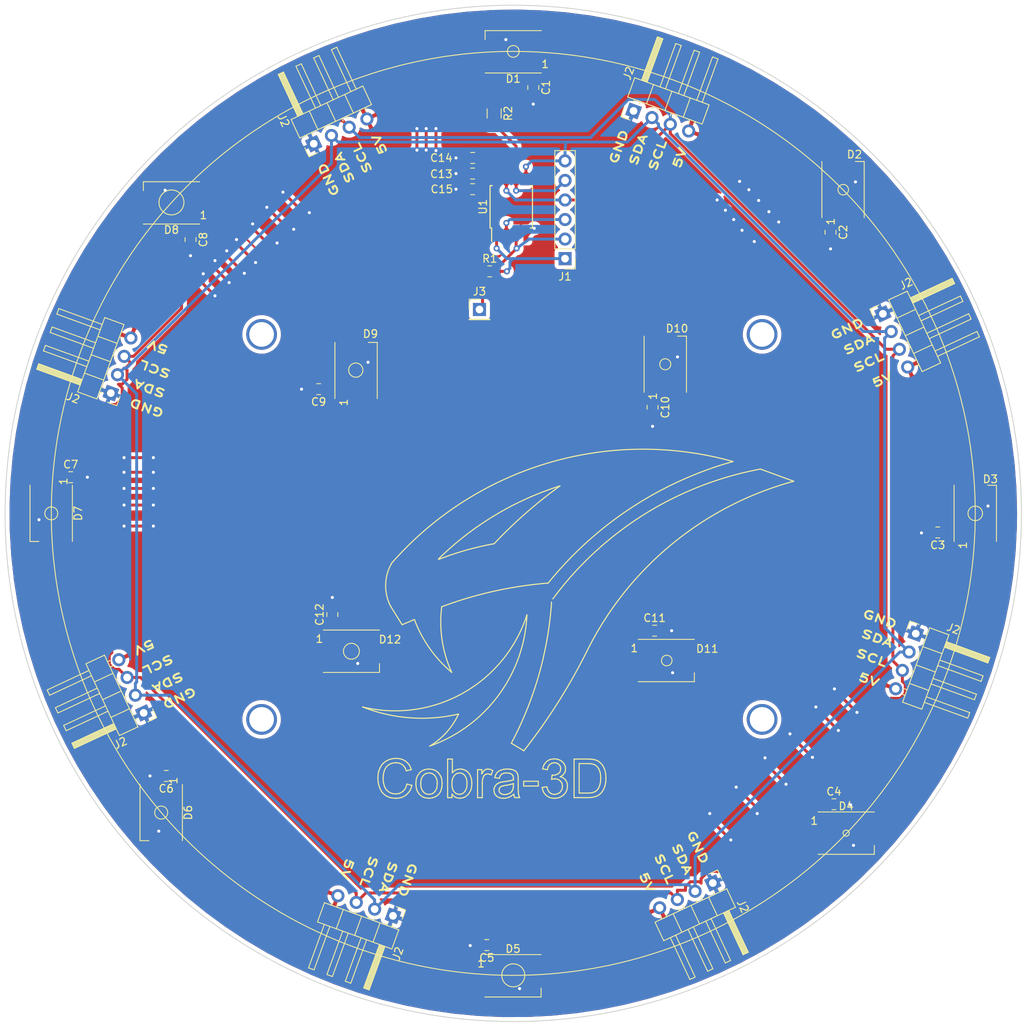
<source format=kicad_pcb>
(kicad_pcb (version 20171130) (host pcbnew "(5.1.2)-2")
  (layers (0 F.Cu power) (31 B.Cu power) (35 F.Paste user) (37 F.SilkS user) (38 B.Mask user) (39 F.Mask user) (44 Edge.Cuts user))
  (net 0 "")
  (net 1 GND)
  (net 2 +5V)
  (net 3 "Net-(D1-Pad2)")
  (net 4 "Net-(D1-Pad4)")
  (net 5 "Net-(D2-Pad2)")
  (net 6 "Net-(D3-Pad2)")
  (net 7 "Net-(D4-Pad2)")
  (net 8 "Net-(D5-Pad2)")
  (net 9 "Net-(J1-Pad3)")
  (net 10 "Net-(J1-Pad2)")
  (net 11 "Net-(J1-Pad1)")
  (net 12 "Net-(D6-Pad2)")
  (net 13 /SDA)
  (net 14 "Net-(J1-Pad5)")
  (net 15 /SCL)
  (net 16 "Net-(D7-Pad2)")
  (net 17 "Net-(D8-Pad2)")
  (net 18 "Net-(D10-Pad2)")
  (net 19 "Net-(D10-Pad4)")
  (net 20 "Net-(D11-Pad2)")
  (net 21 "Net-(D12-Pad2)")
  (module Connector_Pin:Pin_D1.0mm_L10.0mm_LooseFit (layer F.Cu) (at 104.164 116.929)
    (fp_text reference REF** hide)
    (fp_text value Pin_D1.0mm_L10.0mm_LooseFit hide)
    (pad 1 thru_hole circle (at 0 0) (size 4 4) (drill 3.2) (layers *.Cu *.Mask))
  )
  (module Connector_Pin:Pin_D1.0mm_L10.0mm_LooseFit (layer F.Cu) (at 169.164 116.929)
    (fp_text reference REF** hide)
    (fp_text value Pin_D1.0mm_L10.0mm_LooseFit hide)
    (pad 1 thru_hole circle (at 0 0) (size 4 4) (drill 3.2) (layers *.Cu *.Mask))
  )
  (module Connector_Pin:Pin_D1.0mm_L10.0mm_LooseFit (layer F.Cu) (at 104.164 66.929)
    (fp_text reference REF** hide)
    (fp_text value Pin_D1.0mm_L10.0mm_LooseFit hide)
    (pad 1 thru_hole circle (at 0 0) (size 4 4) (drill 3.2) (layers *.Cu *.Mask))
  )
  (module Connector_PinHeader_2.54mm:PinHeader_1x04_P2.54mm_Horizontal (layer F.Cu) (at 152.470342 37.899606 70)
    (fp_text reference J2 (at 4.385 -2.27 70) (layer F.SilkS))
    (fp_text value Conn_01x04_Male)
    (pad 1 thru_hole rect (at 0 0 70) (size 1.7 1.7) (drill 1) (layers *.Cu *.Mask) (net 1 GND))
    (pad 2 thru_hole oval (at 0 2.54 70) (size 1.7 1.7) (drill 1) (layers *.Cu *.Mask) (net 13 /SDA))
    (pad 3 thru_hole oval (at 0 5.08 70) (size 1.7 1.7) (drill 1) (layers *.Cu *.Mask) (net 15 /SCL))
    (pad 4 thru_hole oval (at 0.000001 7.62 70) (size 1.7 1.7) (drill 1) (layers *.Cu *.Mask) (net 2 +5V))
  )
  (module Connector_PinHeader_2.54mm:PinHeader_1x04_P2.54mm_Horizontal (layer F.Cu) (at 184.856 64.2545 25)
    (fp_text reference J2 (at 4.385 -2.27 25) (layer F.SilkS))
    (fp_text value Conn_01x04_Male)
    (pad 1 thru_hole rect (at 0 0 25) (size 1.7 1.7) (drill 1) (layers *.Cu *.Mask) (net 1 GND))
    (pad 2 thru_hole oval (at 0 2.54 25) (size 1.7 1.7) (drill 1) (layers *.Cu *.Mask) (net 13 /SDA))
    (pad 3 thru_hole oval (at 0 5.08 25) (size 1.7 1.7) (drill 1) (layers *.Cu *.Mask) (net 15 /SCL))
    (pad 4 thru_hole oval (at 0 7.62 25) (size 1.7 1.7) (drill 1) (layers *.Cu *.Mask) (net 2 +5V))
  )
  (module Connector_PinHeader_2.54mm:PinHeader_1x04_P2.54mm_Horizontal (layer F.Cu) (at 189.120394 105.790342 340)
    (fp_text reference J2 (at 4.385 -2.27 160) (layer F.SilkS))
    (fp_text value Conn_01x04_Male)
    (pad 1 thru_hole rect (at 0 0 340) (size 1.7 1.7) (drill 1) (layers *.Cu *.Mask) (net 1 GND))
    (pad 2 thru_hole oval (at 0 2.54 340) (size 1.7 1.7) (drill 1) (layers *.Cu *.Mask) (net 13 /SDA))
    (pad 3 thru_hole oval (at 0 5.08 340) (size 1.7 1.7) (drill 1) (layers *.Cu *.Mask) (net 15 /SCL))
    (pad 4 thru_hole oval (at 0 7.62 340) (size 1.7 1.7) (drill 1) (layers *.Cu *.Mask) (net 2 +5V))
  )
  (module Connector_PinHeader_2.54mm:PinHeader_1x04_P2.54mm_Horizontal (layer F.Cu) (at 162.7655 138.176 295)
    (fp_text reference J2 (at 4.385 -2.27 115) (layer F.SilkS))
    (fp_text value Conn_01x04_Male)
    (pad 1 thru_hole rect (at 0 0 295) (size 1.7 1.7) (drill 1) (layers *.Cu *.Mask) (net 1 GND))
    (pad 2 thru_hole oval (at 0 2.54 295) (size 1.7 1.7) (drill 1) (layers *.Cu *.Mask) (net 13 /SDA))
    (pad 3 thru_hole oval (at 0 5.08 295) (size 1.7 1.7) (drill 1) (layers *.Cu *.Mask) (net 15 /SCL))
    (pad 4 thru_hole oval (at 0 7.62 295) (size 1.7 1.7) (drill 1) (layers *.Cu *.Mask) (net 2 +5V))
  )
  (module Connector_PinHeader_2.54mm:PinHeader_1x04_P2.54mm_Horizontal (layer F.Cu) (at 121.229658 142.440394 250)
    (fp_text reference J2 (at 4.385 -2.27 70) (layer F.SilkS))
    (fp_text value Conn_01x04_Male)
    (pad 1 thru_hole rect (at 0 0 250) (size 1.7 1.7) (drill 1) (layers *.Cu *.Mask) (net 1 GND))
    (pad 2 thru_hole oval (at 0 2.54 250) (size 1.7 1.7) (drill 1) (layers *.Cu *.Mask) (net 13 /SDA))
    (pad 3 thru_hole oval (at 0 5.08 250) (size 1.7 1.7) (drill 1) (layers *.Cu *.Mask) (net 15 /SCL))
    (pad 4 thru_hole oval (at 0 7.62 250) (size 1.7 1.7) (drill 1) (layers *.Cu *.Mask) (net 2 +5V))
  )
  (module Connector_PinHeader_2.54mm:PinHeader_1x04_P2.54mm_Horizontal (layer F.Cu) (at 88.844 116.0855 205)
    (fp_text reference J2 (at 4.385 -2.27 25) (layer F.SilkS))
    (fp_text value Conn_01x04_Male)
    (pad 1 thru_hole rect (at 0 0 205) (size 1.7 1.7) (drill 1) (layers *.Cu *.Mask) (net 1 GND))
    (pad 2 thru_hole oval (at 0 2.54 205) (size 1.7 1.7) (drill 1) (layers *.Cu *.Mask) (net 13 /SDA))
    (pad 3 thru_hole oval (at 0 5.08 205) (size 1.7 1.7) (drill 1) (layers *.Cu *.Mask) (net 15 /SCL))
    (pad 4 thru_hole oval (at 0 7.62 205) (size 1.7 1.7) (drill 1) (layers *.Cu *.Mask) (net 2 +5V))
  )
  (module Connector_PinHeader_2.54mm:PinHeader_1x04_P2.54mm_Horizontal (layer F.Cu) (at 84.579606 74.549658 160)
    (fp_text reference J2 (at 4.385 -2.27 160) (layer F.SilkS))
    (fp_text value Conn_01x04_Male)
    (pad 1 thru_hole rect (at 0 0 160) (size 1.7 1.7) (drill 1) (layers *.Cu *.Mask) (net 1 GND))
    (pad 2 thru_hole oval (at 0 2.54 160) (size 1.7 1.7) (drill 1) (layers *.Cu *.Mask) (net 13 /SDA))
    (pad 3 thru_hole oval (at 0 5.08 160) (size 1.7 1.7) (drill 1) (layers *.Cu *.Mask) (net 15 /SCL))
    (pad 4 thru_hole oval (at 0 7.62 160) (size 1.7 1.7) (drill 1) (layers *.Cu *.Mask) (net 2 +5V))
  )
  (module LED_SMD:LED_WS2812B_PLCC4_5.0x5.0mm_P3.2mm (layer F.Cu) (at 115.824 108.077)
    (fp_text reference D12 (at 5.0165 -1.524) (layer F.SilkS))
    (fp_text value WS2812B)
    (fp_text user 1 (at -4.15 -1.6) (layer F.SilkS))
    (pad 1 smd rect (at -2.45 -1.6) (size 1.5 1) (layers F.Cu F.Paste F.Mask) (net 2 +5V))
    (pad 2 smd rect (at -2.45 1.6) (size 1.5 1) (layers F.Cu F.Paste F.Mask) (net 21 "Net-(D12-Pad2)"))
    (pad 4 smd rect (at 2.45 -1.6) (size 1.5 1) (layers F.Cu F.Paste F.Mask) (net 20 "Net-(D11-Pad2)"))
    (pad 3 smd rect (at 2.45 1.6) (size 1.5 1) (layers F.Cu F.Paste F.Mask) (net 1 GND))
  )
  (module LED_SMD:LED_WS2812B_PLCC4_5.0x5.0mm_P3.2mm (layer F.Cu) (at 156.718 109.2835)
    (fp_text reference D11 (at 5.334 -1.524) (layer F.SilkS))
    (fp_text value WS2812B)
    (fp_text user 1 (at -4.15 -1.6) (layer F.SilkS))
    (pad 1 smd rect (at -2.45 -1.6) (size 1.5 1) (layers F.Cu F.Paste F.Mask) (net 2 +5V))
    (pad 2 smd rect (at -2.45 1.6) (size 1.5 1) (layers F.Cu F.Paste F.Mask) (net 20 "Net-(D11-Pad2)"))
    (pad 4 smd rect (at 2.45 -1.6) (size 1.5 1) (layers F.Cu F.Paste F.Mask) (net 18 "Net-(D10-Pad2)"))
    (pad 3 smd rect (at 2.45 1.6) (size 1.5 1) (layers F.Cu F.Paste F.Mask) (net 1 GND))
  )
  (module Capacitor_SMD:C_0805_2012Metric (layer F.Cu) (at 113.3475 103.3145 90)
    (fp_text reference C12 (at 0 -1.65 90) (layer F.SilkS))
    (fp_text value 10u)
    (pad 2 smd roundrect (at 0.9375 0 90) (size 0.975 1.4) (layers F.Cu F.Paste F.Mask) (net 1 GND))
    (pad 1 smd roundrect (at -0.9375 0 90) (size 0.975 1.4) (layers F.Cu F.Paste F.Mask) (net 2 +5V))
  )
  (module Capacitor_SMD:C_0805_2012Metric (layer F.Cu) (at 155.209 105.41)
    (fp_text reference C11 (at 0 -1.65) (layer F.SilkS))
    (fp_text value 10u)
    (pad 2 smd roundrect (at 0.9375 0) (size 0.975 1.4) (layers F.Cu F.Paste F.Mask) (net 1 GND))
    (pad 1 smd roundrect (at -0.9375 0) (size 0.975 1.4) (layers F.Cu F.Paste F.Mask) (net 2 +5V))
  )
  (module Package_SO:SOIJ-8_5.3x5.3mm_P1.27mm (layer F.Cu) (at 136.5885 50.3555 90)
    (fp_text reference U1 (at 0 -3.68 90) (layer F.SilkS))
    (fp_text value ATtiny85-20SU)
    (pad 8 smd rect (at 3.65 -1.905 90) (size 1.7 0.65) (layers F.Cu F.Paste F.Mask) (net 2 +5V))
    (pad 7 smd rect (at 3.65 -0.635 90) (size 1.7 0.65) (layers F.Cu F.Paste F.Mask) (net 15 /SCL))
    (pad 6 smd rect (at 3.65 0.635 90) (size 1.7 0.65) (layers F.Cu F.Paste F.Mask) (net 14 "Net-(J1-Pad5)"))
    (pad 5 smd rect (at 3.65 1.905 90) (size 1.7 0.65) (layers F.Cu F.Paste F.Mask) (net 13 /SDA))
    (pad 4 smd rect (at -3.65 1.905 90) (size 1.7 0.65) (layers F.Cu F.Paste F.Mask) (net 1 GND))
    (pad 3 smd rect (at -3.65 0.635 90) (size 1.7 0.65) (layers F.Cu F.Paste F.Mask) (net 10 "Net-(J1-Pad2)"))
    (pad 2 smd rect (at -3.65 -0.635 90) (size 1.7 0.65) (layers F.Cu F.Paste F.Mask) (net 9 "Net-(J1-Pad3)"))
    (pad 1 smd rect (at -3.65 -1.905 90) (size 1.7 0.65) (layers F.Cu F.Paste F.Mask) (net 11 "Net-(J1-Pad1)"))
  )
  (module Resistor_SMD:R_1206_3216Metric (layer F.Cu) (at 134.366 38.227 270)
    (fp_text reference R2 (at 0 -1.82 90) (layer F.SilkS))
    (fp_text value R)
    (pad 2 smd roundrect (at 1.4 0 270) (size 1.25 1.75) (layers F.Cu F.Paste F.Mask) (roundrect_rratio 0.2) (net 14 "Net-(J1-Pad5)"))
    (pad 1 smd roundrect (at -1.4 0 270) (size 1.25 1.75) (layers F.Cu F.Paste F.Mask) (roundrect_rratio 0.2) (net 4 "Net-(D1-Pad4)"))
  )
  (module Resistor_SMD:R_0805_2012Metric (layer F.Cu) (at 133.7945 58.7375)
    (fp_text reference R1 (at 0 -1.65) (layer F.SilkS))
    (fp_text value 2M)
    (pad 2 smd roundrect (at 0.9375 0) (size 0.975 1.4) (layers F.Cu F.Paste F.Mask) (net 11 "Net-(J1-Pad1)"))
    (pad 1 smd roundrect (at -0.9375 0) (size 0.975 1.4) (layers F.Cu F.Paste F.Mask) (net 10 "Net-(J1-Pad2)"))
  )
  (module Connector_PinHeader_2.54mm:PinHeader_1x01_P2.54mm_Vertical (layer F.Cu) (at 132.461 63.6905)
    (fp_text reference J3 (at 0 -2.33) (layer F.SilkS))
    (fp_text value Conn_01x01_Male)
    (pad 1 thru_hole rect (at 0 0) (size 1.7 1.7) (drill 1) (layers *.Cu *.Mask) (net 10 "Net-(J1-Pad2)"))
  )
  (module Connector_PinHeader_2.54mm:PinHeader_1x04_P2.54mm_Horizontal (layer F.Cu) (at 110.9345 42.164 115)
    (fp_text reference J2 (at 4.385 -2.27 115) (layer F.SilkS))
    (fp_text value Conn_01x04_Male)
    (pad 4 thru_hole oval (at 0 7.62 115) (size 1.7 1.7) (drill 1) (layers *.Cu *.Mask) (net 2 +5V))
    (pad 3 thru_hole oval (at 0 5.08 115) (size 1.7 1.7) (drill 1) (layers *.Cu *.Mask) (net 15 /SCL))
    (pad 2 thru_hole oval (at 0 2.54 115) (size 1.7 1.7) (drill 1) (layers *.Cu *.Mask) (net 13 /SDA))
    (pad 1 thru_hole rect (at 0 0 115) (size 1.7 1.7) (drill 1) (layers *.Cu *.Mask) (net 1 GND))
  )
  (module Connector_PinHeader_2.54mm:PinHeader_1x06_P2.54mm_Vertical (layer F.Cu) (at 143.5735 57.0865 180)
    (fp_text reference J1 (at 0 -2.33) (layer F.SilkS))
    (fp_text value Conn_01x06_Male)
    (pad 6 thru_hole oval (at 0 12.7 180) (size 1.7 1.7) (drill 1) (layers *.Cu *.Mask) (net 13 /SDA))
    (pad 5 thru_hole oval (at 0 10.16 180) (size 1.7 1.7) (drill 1) (layers *.Cu *.Mask) (net 14 "Net-(J1-Pad5)"))
    (pad 4 thru_hole oval (at 0 7.62 180) (size 1.7 1.7) (drill 1) (layers *.Cu *.Mask) (net 15 /SCL))
    (pad 3 thru_hole oval (at 0 5.08 180) (size 1.7 1.7) (drill 1) (layers *.Cu *.Mask) (net 9 "Net-(J1-Pad3)"))
    (pad 2 thru_hole oval (at 0 2.54 180) (size 1.7 1.7) (drill 1) (layers *.Cu *.Mask) (net 10 "Net-(J1-Pad2)"))
    (pad 1 thru_hole rect (at 0 0 180) (size 1.7 1.7) (drill 1) (layers *.Cu *.Mask) (net 11 "Net-(J1-Pad1)"))
  )
  (module LED_SMD:LED_WS2812B_PLCC4_5.0x5.0mm_P3.2mm (layer F.Cu) (at 156.591 70.8025 90)
    (fp_text reference D10 (at 4.6355 1.524 180) (layer F.SilkS))
    (fp_text value WS2812B)
    (fp_text user 1 (at -4.15 -1.6 90) (layer F.SilkS))
    (pad 1 smd rect (at -2.45 -1.6 90) (size 1.5 1) (layers F.Cu F.Paste F.Mask) (net 2 +5V))
    (pad 2 smd rect (at -2.45 1.6 90) (size 1.5 1) (layers F.Cu F.Paste F.Mask) (net 18 "Net-(D10-Pad2)"))
    (pad 4 smd rect (at 2.45 -1.6 90) (size 1.5 1) (layers F.Cu F.Paste F.Mask) (net 19 "Net-(D10-Pad4)"))
    (pad 3 smd rect (at 2.45 1.6 90) (size 1.5 1) (layers F.Cu F.Paste F.Mask) (net 1 GND))
  )
  (module LED_SMD:LED_WS2812B_PLCC4_5.0x5.0mm_P3.2mm (layer F.Cu) (at 116.4325 71.6155 90)
    (fp_text reference D9 (at 4.75 1.868 180) (layer F.SilkS))
    (fp_text value WS2812B)
    (fp_text user 1 (at -4.15 -1.6 90) (layer F.SilkS))
    (pad 1 smd rect (at -2.45 -1.6 90) (size 1.5 1) (layers F.Cu F.Paste F.Mask) (net 2 +5V))
    (pad 2 smd rect (at -2.45 1.6 90) (size 1.5 1) (layers F.Cu F.Paste F.Mask) (net 19 "Net-(D10-Pad4)"))
    (pad 4 smd rect (at 2.45 -1.6 90) (size 1.5 1) (layers F.Cu F.Paste F.Mask) (net 17 "Net-(D8-Pad2)"))
    (pad 3 smd rect (at 2.45 1.6 90) (size 1.5 1) (layers F.Cu F.Paste F.Mask) (net 1 GND))
  )
  (module LED_SMD:LED_WS2812B_PLCC4_5.0x5.0mm_P3.2mm (layer F.Cu) (at 92.456 49.8475 180)
    (fp_text reference D8 (at 0 -3.5) (layer F.SilkS))
    (fp_text value WS2812B)
    (fp_text user 1 (at -4.15 -1.6) (layer F.SilkS))
    (pad 1 smd rect (at -2.45 -1.6 180) (size 1.5 1) (layers F.Cu F.Paste F.Mask) (net 2 +5V))
    (pad 2 smd rect (at -2.45 1.6 180) (size 1.5 1) (layers F.Cu F.Paste F.Mask) (net 17 "Net-(D8-Pad2)"))
    (pad 4 smd rect (at 2.45 -1.6 180) (size 1.5 1) (layers F.Cu F.Paste F.Mask) (net 16 "Net-(D7-Pad2)"))
    (pad 3 smd rect (at 2.45 1.6 180) (size 1.5 1) (layers F.Cu F.Paste F.Mask) (net 1 GND))
  )
  (module LED_SMD:LED_WS2812B_PLCC4_5.0x5.0mm_P3.2mm (layer F.Cu) (at 76.835 90.17 270)
    (fp_text reference D7 (at 0 -3.5 90) (layer F.SilkS))
    (fp_text value WS2812B)
    (fp_text user 1 (at -4.15 -1.6 90) (layer F.SilkS))
    (pad 1 smd rect (at -2.45 -1.6 270) (size 1.5 1) (layers F.Cu F.Paste F.Mask) (net 2 +5V))
    (pad 2 smd rect (at -2.45 1.6 270) (size 1.5 1) (layers F.Cu F.Paste F.Mask) (net 16 "Net-(D7-Pad2)"))
    (pad 4 smd rect (at 2.45 -1.6 270) (size 1.5 1) (layers F.Cu F.Paste F.Mask) (net 12 "Net-(D6-Pad2)"))
    (pad 3 smd rect (at 2.45 1.6 270) (size 1.5 1) (layers F.Cu F.Paste F.Mask) (net 1 GND))
  )
  (module LED_SMD:LED_WS2812B_PLCC4_5.0x5.0mm_P3.2mm (layer F.Cu) (at 91.1225 129.032 270)
    (fp_text reference D6 (at 0 -3.5 90) (layer F.SilkS))
    (fp_text value WS2812B)
    (fp_text user 1 (at -4.15 -1.6 90) (layer F.SilkS))
    (pad 1 smd rect (at -2.45 -1.6 270) (size 1.5 1) (layers F.Cu F.Paste F.Mask) (net 2 +5V))
    (pad 2 smd rect (at -2.45 1.6 270) (size 1.5 1) (layers F.Cu F.Paste F.Mask) (net 12 "Net-(D6-Pad2)"))
    (pad 4 smd rect (at 2.45 -1.6 270) (size 1.5 1) (layers F.Cu F.Paste F.Mask) (net 8 "Net-(D5-Pad2)"))
    (pad 3 smd rect (at 2.45 1.6 270) (size 1.5 1) (layers F.Cu F.Paste F.Mask) (net 1 GND))
  )
  (module LED_SMD:LED_WS2812B_PLCC4_5.0x5.0mm_P3.2mm (layer F.Cu) (at 136.816 150.2285)
    (fp_text reference D5 (at 0 -3.5) (layer F.SilkS))
    (fp_text value WS2812B)
    (fp_text user 1 (at -4.15 -1.6) (layer F.SilkS))
    (pad 1 smd rect (at -2.45 -1.6) (size 1.5 1) (layers F.Cu F.Paste F.Mask) (net 2 +5V))
    (pad 2 smd rect (at -2.45 1.6) (size 1.5 1) (layers F.Cu F.Paste F.Mask) (net 8 "Net-(D5-Pad2)"))
    (pad 4 smd rect (at 2.45 -1.6) (size 1.5 1) (layers F.Cu F.Paste F.Mask) (net 7 "Net-(D4-Pad2)"))
    (pad 3 smd rect (at 2.45 1.6) (size 1.5 1) (layers F.Cu F.Paste F.Mask) (net 1 GND))
  )
  (module LED_SMD:LED_WS2812B_PLCC4_5.0x5.0mm_P3.2mm (layer F.Cu) (at 180.086 131.699)
    (fp_text reference D4 (at 0 -3.5) (layer F.SilkS))
    (fp_text value WS2812B)
    (fp_text user 1 (at -4.15 -1.6) (layer F.SilkS))
    (pad 1 smd rect (at -2.45 -1.6) (size 1.5 1) (layers F.Cu F.Paste F.Mask) (net 2 +5V))
    (pad 2 smd rect (at -2.45 1.6) (size 1.5 1) (layers F.Cu F.Paste F.Mask) (net 7 "Net-(D4-Pad2)"))
    (pad 4 smd rect (at 2.45 -1.6) (size 1.5 1) (layers F.Cu F.Paste F.Mask) (net 6 "Net-(D3-Pad2)"))
    (pad 3 smd rect (at 2.45 1.6) (size 1.5 1) (layers F.Cu F.Paste F.Mask) (net 1 GND))
  )
  (module LED_SMD:LED_WS2812B_PLCC4_5.0x5.0mm_P3.2mm (layer F.Cu) (at 196.85 90.17 90)
    (fp_text reference D3 (at 4.445 1.9685 180) (layer F.SilkS))
    (fp_text value WS2812B)
    (fp_text user 1 (at -4.15 -1.6 90) (layer F.SilkS))
    (pad 1 smd rect (at -2.45 -1.6 90) (size 1.5 1) (layers F.Cu F.Paste F.Mask) (net 2 +5V))
    (pad 2 smd rect (at -2.45 1.6 90) (size 1.5 1) (layers F.Cu F.Paste F.Mask) (net 6 "Net-(D3-Pad2)"))
    (pad 4 smd rect (at 2.45 -1.6 90) (size 1.5 1) (layers F.Cu F.Paste F.Mask) (net 5 "Net-(D2-Pad2)"))
    (pad 3 smd rect (at 2.45 1.6 90) (size 1.5 1) (layers F.Cu F.Paste F.Mask) (net 1 GND))
  )
  (module LED_SMD:LED_WS2812B_PLCC4_5.0x5.0mm_P3.2mm (layer F.Cu) (at 179.6785 48.1205 90)
    (fp_text reference D2 (at 4.5595 1.487 180) (layer F.SilkS))
    (fp_text value WS2812B)
    (fp_text user 1 (at -4.15 -1.6 90) (layer F.SilkS))
    (pad 1 smd rect (at -2.45 -1.6 90) (size 1.5 1) (layers F.Cu F.Paste F.Mask) (net 2 +5V))
    (pad 2 smd rect (at -2.45 1.6 90) (size 1.5 1) (layers F.Cu F.Paste F.Mask) (net 5 "Net-(D2-Pad2)"))
    (pad 4 smd rect (at 2.45 -1.6 90) (size 1.5 1) (layers F.Cu F.Paste F.Mask) (net 3 "Net-(D1-Pad2)"))
    (pad 3 smd rect (at 2.45 1.6 90) (size 1.5 1) (layers F.Cu F.Paste F.Mask) (net 1 GND))
  )
  (module LED_SMD:LED_WS2812B_PLCC4_5.0x5.0mm_P3.2mm (layer F.Cu) (at 136.8425 30.226 180)
    (fp_text reference D1 (at 0 -3.5) (layer F.SilkS))
    (fp_text value WS2812B)
    (fp_text user 1 (at -4.15 -1.6) (layer F.SilkS))
    (pad 1 smd rect (at -2.45 -1.6 180) (size 1.5 1) (layers F.Cu F.Paste F.Mask) (net 2 +5V))
    (pad 2 smd rect (at -2.45 1.6 180) (size 1.5 1) (layers F.Cu F.Paste F.Mask) (net 3 "Net-(D1-Pad2)"))
    (pad 4 smd rect (at 2.45 -1.6 180) (size 1.5 1) (layers F.Cu F.Paste F.Mask) (net 4 "Net-(D1-Pad4)"))
    (pad 3 smd rect (at 2.45 1.6 180) (size 1.5 1) (layers F.Cu F.Paste F.Mask) (net 1 GND))
  )
  (module Capacitor_SMD:C_0805_2012Metric (layer F.Cu) (at 131.572 48.0695 180)
    (fp_text reference C15 (at 4.0005 0) (layer F.SilkS))
    (fp_text value 10u)
    (pad 2 smd roundrect (at 0.9375 0 180) (size 0.975 1.4) (layers F.Cu F.Paste F.Mask) (net 1 GND))
    (pad 1 smd roundrect (at -0.9375 0 180) (size 0.975 1.4) (layers F.Cu F.Paste F.Mask) (net 2 +5V))
  )
  (module Capacitor_SMD:C_0805_2012Metric (layer F.Cu) (at 131.572 44.0055 180)
    (fp_text reference C14 (at 4.064 0) (layer F.SilkS))
    (fp_text value 10u)
    (pad 2 smd roundrect (at 0.9375 0 180) (size 0.975 1.4) (layers F.Cu F.Paste F.Mask) (net 1 GND))
    (pad 1 smd roundrect (at -0.9375 0 180) (size 0.975 1.4) (layers F.Cu F.Paste F.Mask) (net 2 +5V))
  )
  (module Capacitor_SMD:C_0805_2012Metric (layer F.Cu) (at 131.572 46.0375 180)
    (fp_text reference C13 (at 4.064 -0.0635) (layer F.SilkS))
    (fp_text value 10u)
    (pad 2 smd roundrect (at 0.9375 0 180) (size 0.975 1.4) (layers F.Cu F.Paste F.Mask) (net 1 GND))
    (pad 1 smd roundrect (at -0.9375 0 180) (size 0.975 1.4) (layers F.Cu F.Paste F.Mask) (net 2 +5V))
  )
  (module Capacitor_SMD:C_0805_2012Metric (layer F.Cu) (at 154.94 76.3905 270)
    (fp_text reference C10 (at 0 -1.65 90) (layer F.SilkS))
    (fp_text value 10u)
    (pad 2 smd roundrect (at 0.9375 0 270) (size 0.975 1.4) (layers F.Cu F.Paste F.Mask) (net 1 GND))
    (pad 1 smd roundrect (at -0.9375 0 270) (size 0.975 1.4) (layers F.Cu F.Paste F.Mask) (net 2 +5V))
  )
  (module Capacitor_SMD:C_0805_2012Metric (layer F.Cu) (at 111.5695 74.041 180)
    (fp_text reference C9 (at 0 -1.65) (layer F.SilkS))
    (fp_text value 10u)
    (pad 2 smd roundrect (at 0.9375 0 180) (size 0.975 1.4) (layers F.Cu F.Paste F.Mask) (net 1 GND))
    (pad 1 smd roundrect (at -0.9375 0 180) (size 0.975 1.4) (layers F.Cu F.Paste F.Mask) (net 2 +5V))
  )
  (module Capacitor_SMD:C_0805_2012Metric (layer F.Cu) (at 94.9325 54.61 270)
    (fp_text reference C8 (at 0 -1.65 90) (layer F.SilkS))
    (fp_text value 10u)
    (pad 2 smd roundrect (at 0.9375 0 270) (size 0.975 1.4) (layers F.Cu F.Paste F.Mask) (net 1 GND))
    (pad 1 smd roundrect (at -0.9375 0 270) (size 0.975 1.4) (layers F.Cu F.Paste F.Mask) (net 2 +5V))
  )
  (module Capacitor_SMD:C_0805_2012Metric (layer F.Cu) (at 79.375 85.471)
    (fp_text reference C7 (at 0 -1.65) (layer F.SilkS))
    (fp_text value 10u)
    (pad 2 smd roundrect (at 0.9375 0) (size 0.975 1.4) (layers F.Cu F.Paste F.Mask) (net 1 GND))
    (pad 1 smd roundrect (at -0.9375 0) (size 0.975 1.4) (layers F.Cu F.Paste F.Mask) (net 2 +5V))
  )
  (module Capacitor_SMD:C_0805_2012Metric (layer F.Cu) (at 91.7725 124.2695 180)
    (fp_text reference C6 (at 0 -1.65) (layer F.SilkS))
    (fp_text value 10u)
    (pad 2 smd roundrect (at 0.9375 0 180) (size 0.975 1.4) (layers F.Cu F.Paste F.Mask) (net 1 GND))
    (pad 1 smd roundrect (at -0.9375 0 180) (size 0.975 1.4) (layers F.Cu F.Paste F.Mask) (net 2 +5V))
  )
  (module Capacitor_SMD:C_0805_2012Metric (layer F.Cu) (at 133.4135 146.2405 180)
    (fp_text reference C5 (at 0 -1.65) (layer F.SilkS))
    (fp_text value 10u)
    (pad 2 smd roundrect (at 0.9375 0 180) (size 0.975 1.4) (layers F.Cu F.Paste F.Mask) (net 1 GND))
    (pad 1 smd roundrect (at -0.9375 0 180) (size 0.975 1.4) (layers F.Cu F.Paste F.Mask) (net 2 +5V))
  )
  (module Capacitor_SMD:C_0805_2012Metric (layer F.Cu) (at 178.4985 127.9525)
    (fp_text reference C4 (at 0 -1.65) (layer F.SilkS))
    (fp_text value 10u)
    (pad 2 smd roundrect (at 0.9375 0) (size 0.975 1.4) (layers F.Cu F.Paste F.Mask) (net 1 GND))
    (pad 1 smd roundrect (at -0.9375 0) (size 0.975 1.4) (layers F.Cu F.Paste F.Mask) (net 2 +5V))
  )
  (module Capacitor_SMD:C_0805_2012Metric (layer F.Cu) (at 191.9755 92.6465 180)
    (fp_text reference C3 (at 0 -1.65) (layer F.SilkS))
    (fp_text value 10u)
    (pad 2 smd roundrect (at 0.9375 0 180) (size 0.975 1.4) (layers F.Cu F.Paste F.Mask) (net 1 GND))
    (pad 1 smd roundrect (at -0.9375 0 180) (size 0.975 1.4) (layers F.Cu F.Paste F.Mask) (net 2 +5V))
  )
  (module Capacitor_SMD:C_0805_2012Metric (layer F.Cu) (at 178.054 53.6575 270)
    (fp_text reference C2 (at 0 -1.65 90) (layer F.SilkS))
    (fp_text value 10u)
    (pad 2 smd roundrect (at 0.9375 0 270) (size 0.975 1.4) (layers F.Cu F.Paste F.Mask) (net 1 GND))
    (pad 1 smd roundrect (at -0.9375 0 270) (size 0.975 1.4) (layers F.Cu F.Paste F.Mask) (net 2 +5V))
  )
  (module Capacitor_SMD:C_0805_2012Metric (layer F.Cu) (at 139.446 34.8615 270)
    (fp_text reference C1 (at 0 -1.65 90) (layer F.SilkS))
    (fp_text value 10u)
    (pad 2 smd roundrect (at 0.9375 0 270) (size 0.975 1.4) (layers F.Cu F.Paste F.Mask) (net 1 GND))
    (pad 1 smd roundrect (at -0.9375 0 270) (size 0.975 1.4) (layers F.Cu F.Paste F.Mask) (net 2 +5V))
  )
  (module Connector_Pin:Pin_D1.0mm_L10.0mm_LooseFit (layer F.Cu) (at 169.164 66.929)
    (fp_text reference REF** hide)
    (fp_text value Pin_D1.0mm_L10.0mm_LooseFit hide)
    (pad 1 thru_hole circle (at 0 0) (size 4 4) (drill 3.2) (layers *.Cu *.Mask))
  )
  (gr_circle (center 136.85 90.17) (end 202.85 90.17) (layer Edge.Cuts) (width 0.12))
  (gr_text SCL (at 155.613432 43.64697 70) (layer F.SilkS) (effects (font (size 1 1.5) (thickness 0.25))))
  (gr_text SCL (at 183.0145 70.541 25) (layer F.SilkS) (effects (font (size 1 1.5) (thickness 0.25))))
  (gr_text SCL (at 183.37303 108.933432 340) (layer F.SilkS) (effects (font (size 1 1.5) (thickness 0.25))))
  (gr_text SCL (at 156.479 136.3345 295) (layer F.SilkS) (effects (font (size 1 1.5) (thickness 0.25))))
  (gr_text SCL (at 118.086568 136.69303 250) (layer F.SilkS) (effects (font (size 1 1.5) (thickness 0.25))))
  (gr_text SCL (at 90.6855 109.799 205) (layer F.SilkS) (effects (font (size 1 1.5) (thickness 0.25))))
  (gr_text SCL (at 90.32697 71.406568 160) (layer F.SilkS) (effects (font (size 1 1.5) (thickness 0.25))))
  (gr_text SDA (at 153.09896 42.92855 70) (layer F.SilkS) (effects (font (size 1 1.5) (thickness 0.25))))
  (gr_text SDA (at 181.7445 68.255 25) (layer F.SilkS) (effects (font (size 1 1.5) (thickness 0.25))))
  (gr_text SDA (at 184.09145 106.41896 340) (layer F.SilkS) (effects (font (size 1 1.5) (thickness 0.25))))
  (gr_text SDA (at 158.765 135.0645 295) (layer F.SilkS) (effects (font (size 1 1.5) (thickness 0.25))))
  (gr_text SDA (at 120.60104 137.41145 250) (layer F.SilkS) (effects (font (size 1 1.5) (thickness 0.25))))
  (gr_text SDA (at 91.9555 112.085 205) (layer F.SilkS) (effects (font (size 1 1.5) (thickness 0.25))))
  (gr_text SDA (at 89.60855 73.92104 160) (layer F.SilkS) (effects (font (size 1 1.5) (thickness 0.25))))
  (gr_text 5V (at 158.487114 44.00618 70) (layer F.SilkS) (effects (font (size 1 1.5) (thickness 0.25))))
  (gr_text 5V (at 184.7925 72.827 25) (layer F.SilkS) (effects (font (size 1 1.5) (thickness 0.25))))
  (gr_text 5V (at 183.01382 111.807114 340) (layer F.SilkS) (effects (font (size 1 1.5) (thickness 0.25))))
  (gr_text 5V (at 154.193 138.1125 295) (layer F.SilkS) (effects (font (size 1 1.5) (thickness 0.25))))
  (gr_text 5V (at 115.212886 136.33382 250) (layer F.SilkS) (effects (font (size 1 1.5) (thickness 0.25))))
  (gr_text 5V (at 88.9075 107.513 205) (layer F.SilkS) (effects (font (size 1 1.5) (thickness 0.25))))
  (gr_text 5V (at 90.68618 68.532886 160) (layer F.SilkS) (effects (font (size 1 1.5) (thickness 0.25))))
  (gr_text "GND\n" (at 150.584489 42.569339 70) (layer F.SilkS) (effects (font (size 1 1.5) (thickness 0.25))))
  (gr_text "GND\n" (at 180.2205 66.223 25) (layer F.SilkS) (effects (font (size 1 1.5) (thickness 0.25))))
  (gr_text "GND\n" (at 184.450661 103.904489 340) (layer F.SilkS) (effects (font (size 1 1.5) (thickness 0.25))))
  (gr_text "GND\n" (at 160.797 133.5405 295) (layer F.SilkS) (effects (font (size 1 1.5) (thickness 0.25))))
  (gr_text "GND\n" (at 123.115511 137.770661 250) (layer F.SilkS) (effects (font (size 1 1.5) (thickness 0.25))))
  (gr_text "GND\n" (at 93.4795 114.117 205) (layer F.SilkS) (effects (font (size 1 1.5) (thickness 0.25))))
  (gr_text "GND\n" (at 89.249339 76.435511 160) (layer F.SilkS) (effects (font (size 1 1.5) (thickness 0.25))))
  (gr_circle (center 76.85 90.17) (end 77.47 89.5985) (layer F.SilkS) (width 0.12))
  (gr_circle (center 116.3955 71.5645) (end 116.6495 70.6755) (layer F.SilkS) (width 0.12))
  (gr_circle (center 115.824 108.077) (end 116.5225 107.315) (layer F.SilkS) (width 0.12))
  (gr_circle (center 156.7815 109.2835) (end 157.1625 108.712) (layer F.SilkS) (width 0.12))
  (gr_circle (center 156.591 70.8025) (end 157.099 70.2945) (layer F.SilkS) (width 0.12))
  (gr_circle (center 196.85 90.17) (end 197.739 89.8525) (layer F.SilkS) (width 0.12))
  (gr_circle (center 136.85 150.17) (end 138.176 149.479) (layer F.SilkS) (width 0.12))
  (gr_circle (center 136.85 30.17) (end 137.3505 29.591) (layer F.SilkS) (width 0.12))
  (gr_circle (center 92.456 49.784) (end 92.7735 51.3715) (layer F.SilkS) (width 0.12))
  (gr_circle (center 91.1225 129.032) (end 91.313 128.2065) (layer F.SilkS) (width 0.12))
  (gr_circle (center 180.086 131.699) (end 180.213 131.318) (layer F.SilkS) (width 0.12))
  (gr_circle (center 179.705 48.133) (end 179.451 48.768) (layer F.SilkS) (width 0.12))
  (gr_circle (center 136.85 90.17) (end 196.85 90.17) (layer F.SilkS) (width 0.12))
  (gr_text "GND\n" (at 112.903 46.7995 115) (layer F.SilkS) (effects (font (size 1 1.5) (thickness 0.25))))
  (gr_text 5V (at 119.507 42.2275 115) (layer F.SilkS) (effects (font (size 1 1.5) (thickness 0.25))))
  (gr_text SDA (at 114.935 45.2755 115) (layer F.SilkS) (effects (font (size 1 1.5) (thickness 0.25))))
  (gr_text SCL (at 117.221 44.0055 115) (layer F.SilkS) (effects (font (size 1 1.5) (thickness 0.25))))
  (gr_line (start 146.460441 122.668061) (end 145.407706 122.668061) (layer F.SilkS) (width 0.14))
  (gr_line (start 145.407706 122.668061) (end 145.407706 126.496186) (layer F.SilkS) (width 0.14))
  (gr_curve (pts (xy 141.393302 123.069672) (xy 141.333894 123.190687) (xy 141.308056 123.327567) (xy 141.282218 123.464448)) (layer F.SilkS) (width 0.14))
  (gr_curve (pts (xy 148.412101 126.296235) (xy 148.343012 126.385983) (xy 148.273924 126.475732) (xy 148.193778 126.554291)) (layer F.SilkS) (width 0.14))
  (gr_curve (pts (xy 141.102775 126.783295) (xy 140.972929 126.640677) (xy 140.843083 126.498058) (xy 140.76055 126.332123)) (layer F.SilkS) (width 0.14))
  (gr_curve (pts (xy 143.825187 125.162751) (xy 143.870451 125.303249) (xy 143.878581 125.455382) (xy 143.88671 125.607514)) (layer F.SilkS) (width 0.14))
  (gr_curve (pts (xy 143.594901 123.026093) (xy 143.62478 123.13277) (xy 143.632698 123.24563) (xy 143.640616 123.35849)) (layer F.SilkS) (width 0.14))
  (gr_curve (pts (xy 142.950187 124.373627) (xy 143.088636 124.415193) (xy 143.227085 124.456759) (xy 143.344962 124.531281)) (layer F.SilkS) (width 0.14))
  (gr_curve (pts (xy 148.753898 125.566498) (xy 148.708885 125.703498) (xy 148.663873 125.840497) (xy 148.601798 125.969391)) (layer F.SilkS) (width 0.14))
  (gr_curve (pts (xy 143.767081 126.213776) (xy 143.687328 126.399668) (xy 143.547761 126.559865) (xy 143.408194 126.720063)) (layer F.SilkS) (width 0.14))
  (gr_curve (pts (xy 147.362784 122.14853) (xy 147.499674 122.187088) (xy 147.636565 122.225646) (xy 147.761832 122.287812)) (layer F.SilkS) (width 0.14))
  (gr_curve (pts (xy 143.597037 123.668671) (xy 143.567984 123.766675) (xy 143.517142 123.858237) (xy 143.4663 123.949799)) (layer F.SilkS) (width 0.14))
  (gr_curve (pts (xy 142.568229 122.100251) (xy 142.692156 122.129595) (xy 142.810918 122.180932) (xy 142.929679 122.23227)) (layer F.SilkS) (width 0.14))
  (gr_curve (pts (xy 143.250113 124.189057) (xy 143.161244 124.263932) (xy 143.055715 124.318779) (xy 142.950187 124.373627)) (layer F.SilkS) (width 0.14))
  (gr_curve (pts (xy 148.072013 125.510102) (xy 148.110334 125.364044) (xy 148.148656 125.217986) (xy 148.170707 125.069611)) (layer F.SilkS) (width 0.14))
  (gr_curve (pts (xy 143.4663 123.949799) (xy 143.398893 124.035149) (xy 143.331487 124.120498) (xy 143.250113 124.189057)) (layer F.SilkS) (width 0.14))
  (gr_curve (pts (xy 146.47753 126.496186) (xy 146.625733 126.494738) (xy 146.773935 126.49329) (xy 146.91973 126.473115)) (layer F.SilkS) (width 0.14))
  (gr_curve (pts (xy 147.914359 125.867707) (xy 147.980788 125.756677) (xy 148.026401 125.63339) (xy 148.072013 125.510102)) (layer F.SilkS) (width 0.14))
  (gr_curve (pts (xy 148.690665 123.363617) (xy 148.747953 123.548373) (xy 148.80524 123.733129) (xy 148.838065 123.922028)) (layer F.SilkS) (width 0.14))
  (gr_curve (pts (xy 146.970572 122.693696) (xy 146.802768 122.668527) (xy 146.631604 122.668294) (xy 146.460441 122.668061)) (layer F.SilkS) (width 0.14))
  (gr_curve (pts (xy 146.91973 126.473115) (xy 147.032486 126.457511) (xy 147.143802 126.430706) (xy 147.255118 126.403901)) (layer F.SilkS) (width 0.14))
  (gr_curve (pts (xy 148.601798 125.969391) (xy 148.547325 126.0825) (xy 148.479713 126.189367) (xy 148.412101 126.296235)) (layer F.SilkS) (width 0.14))
  (gr_curve (pts (xy 148.887198 124.55478) (xy 148.882954 124.735155) (xy 148.878709 124.915531) (xy 148.853873 125.09311)) (layer F.SilkS) (width 0.14))
  (gr_curve (pts (xy 143.88671 125.607514) (xy 143.866603 125.818094) (xy 143.846496 126.028673) (xy 143.767081 126.213776)) (layer F.SilkS) (width 0.14))
  (gr_curve (pts (xy 148.838065 123.922028) (xy 148.874136 124.12961) (xy 148.880667 124.342195) (xy 148.887198 124.55478)) (layer F.SilkS) (width 0.14))
  (gr_curve (pts (xy 140.851554 122.806061) (xy 140.935438 122.655566) (xy 141.057558 122.525949) (xy 141.179679 122.396332)) (layer F.SilkS) (width 0.14))
  (gr_curve (pts (xy 147.318351 122.7706) (xy 147.202969 122.740923) (xy 147.087588 122.711247) (xy 146.970572 122.693696)) (layer F.SilkS) (width 0.14))
  (gr_curve (pts (xy 147.65972 122.983796) (xy 147.559698 122.897155) (xy 147.439024 122.833877) (xy 147.318351 122.7706)) (layer F.SilkS) (width 0.14))
  (gr_curve (pts (xy 147.945548 123.336274) (xy 147.859024 123.20888) (xy 147.772499 123.081486) (xy 147.65972 122.983796)) (layer F.SilkS) (width 0.14))
  (gr_curve (pts (xy 148.13909 123.849396) (xy 148.095527 123.673525) (xy 148.020538 123.504899) (xy 147.945548 123.336274)) (layer F.SilkS) (width 0.14))
  (gr_curve (pts (xy 148.203605 124.544526) (xy 148.199075 124.308902) (xy 148.194546 124.073278) (xy 148.13909 123.849396)) (layer F.SilkS) (width 0.14))
  (gr_curve (pts (xy 148.170707 125.069611) (xy 148.196407 124.896681) (xy 148.200006 124.720604) (xy 148.203605 124.544526)) (layer F.SilkS) (width 0.14))
  (gr_curve (pts (xy 147.704581 126.144135) (xy 147.779978 126.055214) (xy 147.855375 125.966293) (xy 147.914359 125.867707)) (layer F.SilkS) (width 0.14))
  (gr_curve (pts (xy 147.508475 126.292817) (xy 147.578439 126.251081) (xy 147.64151 126.197608) (xy 147.704581 126.144135)) (layer F.SilkS) (width 0.14))
  (gr_curve (pts (xy 147.255118 126.403901) (xy 147.342474 126.371816) (xy 147.429829 126.339732) (xy 147.508475 126.292817)) (layer F.SilkS) (width 0.14))
  (gr_curve (pts (xy 143.640616 124.799164) (xy 143.712348 124.917162) (xy 143.78408 125.035159) (xy 143.825187 125.162751)) (layer F.SilkS) (width 0.14))
  (gr_curve (pts (xy 140.666984 123.355073) (xy 140.712989 123.163596) (xy 140.758995 122.972119) (xy 140.851554 122.806061)) (layer F.SilkS) (width 0.14))
  (gr_curve (pts (xy 148.853873 125.09311) (xy 148.831594 125.252406) (xy 148.792746 125.409452) (xy 148.753898 125.566498)) (layer F.SilkS) (width 0.14))
  (gr_curve (pts (xy 140.76055 126.332123) (xy 140.674823 126.159766) (xy 140.640142 125.962253) (xy 140.60546 125.76474)) (layer F.SilkS) (width 0.14))
  (gr_curve (pts (xy 143.344962 124.531281) (xy 143.455594 124.601223) (xy 143.548105 124.700193) (xy 143.640616 124.799164)) (layer F.SilkS) (width 0.14))
  (gr_curve (pts (xy 147.761832 122.287812) (xy 147.880754 122.346829) (xy 147.989201 122.427122) (xy 148.097648 122.507416)) (layer F.SilkS) (width 0.14))
  (gr_curve (pts (xy 146.470694 122.076752) (xy 146.642914 122.077463) (xy 146.815134 122.078175) (xy 146.985953 122.094697)) (layer F.SilkS) (width 0.14))
  (gr_line (start 145.407706 126.496186) (end 146.47753 126.496186) (layer F.SilkS) (width 0.14))
  (gr_curve (pts (xy 147.682364 126.896515) (xy 147.578215 126.941307) (xy 147.467936 126.971676) (xy 147.357657 127.002045)) (layer F.SilkS) (width 0.14))
  (gr_line (start 141.282218 123.464448) (end 140.666984 123.355073) (layer F.SilkS) (width 0.14))
  (gr_curve (pts (xy 146.981254 127.066132) (xy 146.839391 127.082187) (xy 146.696058 127.084841) (xy 146.552726 127.087494)) (layer F.SilkS) (width 0.14))
  (gr_curve (pts (xy 141.179679 122.396332) (xy 141.324282 122.297172) (xy 141.468884 122.198012) (xy 141.628287 122.141266)) (layer F.SilkS) (width 0.14))
  (gr_curve (pts (xy 142.198234 127.176362) (xy 141.990196 127.162207) (xy 141.782159 127.148052) (xy 141.594535 127.078095)) (layer F.SilkS) (width 0.14))
  (gr_curve (pts (xy 142.929679 122.23227) (xy 143.037236 122.295056) (xy 143.144792 122.357842) (xy 143.234305 122.440339)) (layer F.SilkS) (width 0.14))
  (gr_curve (pts (xy 141.594535 127.078095) (xy 141.418656 127.012518) (xy 141.260715 126.897906) (xy 141.102775 126.783295)) (layer F.SilkS) (width 0.14))
  (gr_curve (pts (xy 147.955802 126.750824) (xy 147.866339 126.803347) (xy 147.776875 126.855869) (xy 147.682364 126.896515)) (layer F.SilkS) (width 0.14))
  (gr_curve (pts (xy 148.444144 122.888947) (xy 148.545513 123.033807) (xy 148.618089 123.198712) (xy 148.690665 123.363617)) (layer F.SilkS) (width 0.14))
  (gr_curve (pts (xy 143.457755 122.712494) (xy 143.511088 122.814882) (xy 143.564421 122.91727) (xy 143.594901 123.026093)) (layer F.SilkS) (width 0.14))
  (gr_curve (pts (xy 143.408194 126.720063) (xy 143.234893 126.853121) (xy 143.061591 126.986179) (xy 142.866446 127.062287)) (layer F.SilkS) (width 0.14))
  (gr_curve (pts (xy 142.866446 127.062287) (xy 142.660005 127.142801) (xy 142.429119 127.159581) (xy 142.198234 127.176362)) (layer F.SilkS) (width 0.14))
  (gr_curve (pts (xy 143.234305 122.440339) (xy 143.319749 122.519085) (xy 143.388752 122.61579) (xy 143.457755 122.712494)) (layer F.SilkS) (width 0.14))
  (gr_curve (pts (xy 142.174308 122.056244) (xy 142.307442 122.063135) (xy 142.440576 122.070025) (xy 142.568229 122.100251)) (layer F.SilkS) (width 0.14))
  (gr_curve (pts (xy 141.628287 122.141266) (xy 141.79898 122.080502) (xy 141.986644 122.068373) (xy 142.174308 122.056244)) (layer F.SilkS) (width 0.14))
  (gr_curve (pts (xy 148.097648 122.507416) (xy 148.222058 122.628389) (xy 148.346467 122.749363) (xy 148.444144 122.888947)) (layer F.SilkS) (width 0.14))
  (gr_curve (pts (xy 146.985953 122.094697) (xy 147.112073 122.106895) (xy 147.237428 122.127712) (xy 147.362784 122.14853)) (layer F.SilkS) (width 0.14))
  (gr_curve (pts (xy 148.193778 126.554291) (xy 148.120599 126.626022) (xy 148.0382 126.688423) (xy 147.955802 126.750824)) (layer F.SilkS) (width 0.14))
  (gr_line (start 144.74462 127.087494) (end 144.74462 122.076752) (layer F.SilkS) (width 0.14))
  (gr_line (start 144.74462 122.076752) (end 146.470694 122.076752) (layer F.SilkS) (width 0.14))
  (gr_line (start 146.552726 127.087494) (end 144.74462 127.087494) (layer F.SilkS) (width 0.14))
  (gr_curve (pts (xy 143.640616 123.35849) (xy 143.633503 123.464075) (xy 143.626389 123.56966) (xy 143.597037 123.668671)) (layer F.SilkS) (width 0.14))
  (gr_curve (pts (xy 147.357657 127.002045) (xy 147.232577 127.026945) (xy 147.107497 127.051845) (xy 146.981254 127.066132)) (layer F.SilkS) (width 0.14))
  (gr_curve (pts (xy 142.693839 123.977143) (xy 142.785516 123.896938) (xy 142.877194 123.816733) (xy 142.929679 123.716523)) (layer F.SilkS) (width 0.14))
  (gr_curve (pts (xy 142.252921 124.647065) (xy 142.187424 124.650961) (xy 142.121926 124.654858) (xy 142.057242 124.664155)) (layer F.SilkS) (width 0.14))
  (gr_curve (pts (xy 142.359733 124.130951) (xy 142.476087 124.096767) (xy 142.584963 124.036955) (xy 142.693839 123.977143)) (layer F.SilkS) (width 0.14))
  (gr_curve (pts (xy 141.986319 124.182221) (xy 142.113408 124.174102) (xy 142.240497 124.165983) (xy 142.359733 124.130951)) (layer F.SilkS) (width 0.14))
  (gr_curve (pts (xy 142.642569 124.715851) (xy 142.522743 124.667579) (xy 142.387832 124.657322) (xy 142.252921 124.647065)) (layer F.SilkS) (width 0.14))
  (gr_curve (pts (xy 141.58129 126.436371) (xy 141.671817 126.503657) (xy 141.762344 126.570943) (xy 141.8637 126.609406)) (layer F.SilkS) (width 0.14))
  (gr_curve (pts (xy 141.363822 126.132599) (xy 141.420967 126.241549) (xy 141.501128 126.33896) (xy 141.58129 126.436371)) (layer F.SilkS) (width 0.14))
  (gr_curve (pts (xy 141.94274 124.180512) (xy 141.957245 124.181418) (xy 141.971782 124.181819) (xy 141.986319 124.182221)) (layer F.SilkS) (width 0.14))
  (gr_curve (pts (xy 141.887198 124.175385) (xy 141.905694 124.177369) (xy 141.92419 124.179353) (xy 141.94274 124.180512)) (layer F.SilkS) (width 0.14))
  (gr_line (start 141.818839 124.715424) (end 141.887198 124.175385) (layer F.SilkS) (width 0.14))
  (gr_curve (pts (xy 142.057242 124.664155) (xy 141.976939 124.675696) (xy 141.897889 124.69556) (xy 141.818839 124.715424)) (layer F.SilkS) (width 0.14))
  (gr_curve (pts (xy 142.957023 124.922211) (xy 142.856748 124.841974) (xy 142.756474 124.761738) (xy 142.642569 124.715851)) (layer F.SilkS) (width 0.14))
  (gr_curve (pts (xy 143.164664 125.234528) (xy 143.118497 125.121165) (xy 143.03776 125.021688) (xy 142.957023 124.922211)) (layer F.SilkS) (width 0.14))
  (gr_curve (pts (xy 143.15911 126.029633) (xy 143.210281 125.904101) (xy 143.222079 125.762644) (xy 143.233878 125.621186)) (layer F.SilkS) (width 0.14))
  (gr_curve (pts (xy 142.934806 126.366303) (xy 143.022031 126.259119) (xy 143.109256 126.151934) (xy 143.15911 126.029633)) (layer F.SilkS) (width 0.14))
  (gr_curve (pts (xy 142.601981 126.591889) (xy 142.723244 126.541757) (xy 142.829025 126.45403) (xy 142.934806 126.366303)) (layer F.SilkS) (width 0.14))
  (gr_curve (pts (xy 141.8637 126.609406) (xy 141.968615 126.649221) (xy 142.085133 126.658152) (xy 142.201651 126.667084)) (layer F.SilkS) (width 0.14))
  (gr_curve (pts (xy 141.220694 125.682709) (xy 141.256151 125.838814) (xy 141.291608 125.99492) (xy 141.363822 126.132599)) (layer F.SilkS) (width 0.14))
  (gr_line (start 140.60546 125.76474) (end 141.220694 125.682709) (layer F.SilkS) (width 0.14))
  (gr_curve (pts (xy 143.233878 125.621186) (xy 143.223448 125.487223) (xy 143.213017 125.353259) (xy 143.164664 125.234528)) (layer F.SilkS) (width 0.14))
  (gr_curve (pts (xy 142.201651 126.667084) (xy 142.340391 126.654881) (xy 142.479132 126.642677) (xy 142.601981 126.591889)) (layer F.SilkS) (width 0.14))
  (gr_curve (pts (xy 126.322196 123.971589) (xy 126.195946 123.914337) (xy 126.050361 123.899597) (xy 125.904776 123.884858)) (layer F.SilkS) (width 0.14))
  (gr_curve (pts (xy 126.781485 126.947358) (xy 126.643848 127.012155) (xy 126.506211 127.076953) (xy 126.361503 127.113984)) (layer F.SilkS) (width 0.14))
  (gr_curve (pts (xy 127.135245 126.680329) (xy 127.033042 126.784738) (xy 126.907264 126.866048) (xy 126.781485 126.947358)) (layer F.SilkS) (width 0.14))
  (gr_curve (pts (xy 124.834952 125.272553) (xy 124.840884 125.481868) (xy 124.846815 125.691182) (xy 124.911002 125.882233)) (layer F.SilkS) (width 0.14))
  (gr_curve (pts (xy 131.441886 124.836762) (xy 131.460899 124.962314) (xy 131.465065 125.09009) (xy 131.46923 125.217865)) (layer F.SilkS) (width 0.14))
  (gr_curve (pts (xy 131.007804 126.660248) (xy 130.848267 126.808774) (xy 130.688729 126.9573) (xy 130.500235 127.042206)) (layer F.SilkS) (width 0.14))
  (gr_curve (pts (xy 121.563956 126.605561) (xy 121.740607 126.593754) (xy 121.917258 126.581947) (xy 122.07836 126.525239)) (layer F.SilkS) (width 0.14))
  (gr_curve (pts (xy 124.911002 124.6633) (xy 124.846701 124.854145) (xy 124.840826 125.063349) (xy 124.834952 125.272553)) (layer F.SilkS) (width 0.14))
  (gr_curve (pts (xy 130.83776 123.672944) (xy 130.918469 123.735584) (xy 130.987917 123.812784) (xy 131.057364 123.889985)) (layer F.SilkS) (width 0.14))
  (gr_curve (pts (xy 131.359855 124.479584) (xy 131.391752 124.597961) (xy 131.423649 124.716339) (xy 131.441886 124.836762)) (layer F.SilkS) (width 0.14))
  (gr_line (start 128.936515 122.076752) (end 128.936515 123.86435) (layer F.SilkS) (width 0.14))
  (gr_curve (pts (xy 126.894706 124.660309) (xy 126.843238 124.509454) (xy 126.754257 124.370618) (xy 126.665275 124.231782)) (layer F.SilkS) (width 0.14))
  (gr_curve (pts (xy 124.763175 123.778901) (xy 124.930339 123.661284) (xy 125.097503 123.543667) (xy 125.282706 123.47641)) (layer F.SilkS) (width 0.14))
  (gr_curve (pts (xy 127.484733 124.450104) (xy 127.575404 124.6885) (xy 127.589456 124.954892) (xy 127.603507 125.221283)) (layer F.SilkS) (width 0.14))
  (gr_curve (pts (xy 124.202628 125.272553) (xy 124.216649 124.967028) (xy 124.23067 124.661504) (xy 124.342765 124.39499)) (layer F.SilkS) (width 0.14))
  (gr_curve (pts (xy 125.139151 124.230073) (xy 125.050716 124.37059) (xy 124.96228 124.511107) (xy 124.911002 124.6633)) (layer F.SilkS) (width 0.14))
  (gr_curve (pts (xy 131.353873 126.045014) (xy 131.27647 126.2629) (xy 131.142137 126.461574) (xy 131.007804 126.660248)) (layer F.SilkS) (width 0.14))
  (gr_curve (pts (xy 128.936515 123.86435) (xy 129.074394 123.721796) (xy 129.212273 123.579242) (xy 129.379996 123.497773)) (layer F.SilkS) (width 0.14))
  (gr_curve (pts (xy 125.904776 123.37558) (xy 126.14072 123.393816) (xy 126.376663 123.412051) (xy 126.584952 123.4982)) (layer F.SilkS) (width 0.14))
  (gr_line (start 128.32128 122.076752) (end 128.936515 122.076752) (layer F.SilkS) (width 0.14))
  (gr_curve (pts (xy 131.46923 125.217865) (xy 131.45734 125.502546) (xy 131.445451 125.787227) (xy 131.353873 126.045014)) (layer F.SilkS) (width 0.14))
  (gr_curve (pts (xy 126.665275 124.231782) (xy 126.557489 124.130596) (xy 126.449704 124.029411) (xy 126.322196 123.971589)) (layer F.SilkS) (width 0.14))
  (gr_curve (pts (xy 127.550956 125.847199) (xy 127.515528 126.009493) (xy 127.454415 126.166536) (xy 127.393302 126.323578)) (layer F.SilkS) (width 0.14))
  (gr_curve (pts (xy 130.257132 123.409333) (xy 130.362216 123.431835) (xy 130.463697 123.471213) (xy 130.565177 123.51059)) (layer F.SilkS) (width 0.14))
  (gr_curve (pts (xy 126.666984 126.315033) (xy 126.755396 126.172168) (xy 126.843808 126.029303) (xy 126.895133 125.87497)) (layer F.SilkS) (width 0.14))
  (gr_curve (pts (xy 124.320121 126.084321) (xy 124.226779 125.83282) (xy 124.214704 125.552686) (xy 124.202628 125.272553)) (layer F.SilkS) (width 0.14))
  (gr_curve (pts (xy 126.584952 123.4982) (xy 126.782727 123.58) (xy 126.955568 123.723029) (xy 127.128409 123.866059)) (layer F.SilkS) (width 0.14))
  (gr_curve (pts (xy 121.122184 126.546601) (xy 121.264001 126.58589) (xy 121.413978 126.595725) (xy 121.563956 126.605561)) (layer F.SilkS) (width 0.14))
  (gr_curve (pts (xy 125.282706 123.47641) (xy 125.476848 123.405908) (xy 125.690812 123.390744) (xy 125.904776 123.37558)) (layer F.SilkS) (width 0.14))
  (gr_curve (pts (xy 131.229545 124.159577) (xy 131.282617 124.26126) (xy 131.321236 124.370422) (xy 131.359855 124.479584)) (layer F.SilkS) (width 0.14))
  (gr_curve (pts (xy 131.057364 123.889985) (xy 131.118887 123.977712) (xy 131.18041 124.065439) (xy 131.229545 124.159577)) (layer F.SilkS) (width 0.14))
  (gr_curve (pts (xy 124.672599 126.680756) (xy 124.53578 126.488753) (xy 124.398962 126.296751) (xy 124.320121 126.084321)) (layer F.SilkS) (width 0.14))
  (gr_curve (pts (xy 122.507316 126.284272) (xy 122.626929 126.157828) (xy 122.746542 126.031385) (xy 122.831168 125.885224)) (layer F.SilkS) (width 0.14))
  (gr_curve (pts (xy 129.379996 123.497773) (xy 129.544559 123.417839) (xy 129.737851 123.39671) (xy 129.931144 123.37558)) (layer F.SilkS) (width 0.14))
  (gr_curve (pts (xy 127.603507 125.221283) (xy 127.599405 125.432665) (xy 127.595303 125.644046) (xy 127.550956 125.847199)) (layer F.SilkS) (width 0.14))
  (gr_curve (pts (xy 127.393302 126.323578) (xy 127.315038 126.450094) (xy 127.236774 126.576609) (xy 127.135245 126.680329)) (layer F.SilkS) (width 0.14))
  (gr_curve (pts (xy 125.482657 123.971161) (xy 125.355178 124.028697) (xy 125.247165 124.129385) (xy 125.139151 124.230073)) (layer F.SilkS) (width 0.14))
  (gr_curve (pts (xy 125.904776 123.884858) (xy 125.75756 123.899195) (xy 125.610344 123.913532) (xy 125.482657 123.971161)) (layer F.SilkS) (width 0.14))
  (gr_curve (pts (xy 125.482657 126.576935) (xy 125.610263 126.634758) (xy 125.75752 126.649212) (xy 125.904776 126.663666)) (layer F.SilkS) (width 0.14))
  (gr_curve (pts (xy 125.139151 126.316742) (xy 125.247103 126.417929) (xy 125.355055 126.519115) (xy 125.482657 126.576935)) (layer F.SilkS) (width 0.14))
  (gr_curve (pts (xy 130.565177 123.51059) (xy 130.660002 123.559583) (xy 130.754826 123.608577) (xy 130.83776 123.672944)) (layer F.SilkS) (width 0.14))
  (gr_curve (pts (xy 129.931144 123.37558) (xy 130.041034 123.381085) (xy 130.150924 123.38659) (xy 130.257132 123.409333)) (layer F.SilkS) (width 0.14))
  (gr_line (start 128.32128 127.087494) (end 128.32128 122.076752) (layer F.SilkS) (width 0.14))
  (gr_curve (pts (xy 126.324332 126.576508) (xy 126.451814 126.518402) (xy 126.559399 126.416718) (xy 126.666984 126.315033)) (layer F.SilkS) (width 0.14))
  (gr_curve (pts (xy 125.215629 127.047333) (xy 125.018166 126.965786) (xy 124.845382 126.823271) (xy 124.672599 126.680756)) (layer F.SilkS) (width 0.14))
  (gr_curve (pts (xy 126.971183 125.252045) (xy 126.964532 125.048764) (xy 126.957881 124.845482) (xy 126.894706 124.660309)) (layer F.SilkS) (width 0.14))
  (gr_curve (pts (xy 124.911002 125.882233) (xy 124.962273 126.034838) (xy 125.050712 126.17579) (xy 125.139151 126.316742)) (layer F.SilkS) (width 0.14))
  (gr_curve (pts (xy 124.342765 124.39499) (xy 124.436845 124.171307) (xy 124.60001 123.975104) (xy 124.763175 123.778901)) (layer F.SilkS) (width 0.14))
  (gr_curve (pts (xy 126.895133 125.87497) (xy 126.960111 125.679582) (xy 126.965647 125.465814) (xy 126.971183 125.252045)) (layer F.SilkS) (width 0.14))
  (gr_curve (pts (xy 125.904776 126.663666) (xy 126.051184 126.648971) (xy 126.197592 126.634276) (xy 126.324332 126.576508)) (layer F.SilkS) (width 0.14))
  (gr_curve (pts (xy 122.831168 125.885224) (xy 122.928193 125.717648) (xy 122.979229 125.524153) (xy 123.030265 125.330658)) (layer F.SilkS) (width 0.14))
  (gr_curve (pts (xy 126.361503 127.113984) (xy 126.214148 127.151692) (xy 126.059462 127.160609) (xy 125.904776 127.169526)) (layer F.SilkS) (width 0.14))
  (gr_curve (pts (xy 127.128409 123.866059) (xy 127.266819 124.053566) (xy 127.40523 124.241073) (xy 127.484733 124.450104)) (layer F.SilkS) (width 0.14))
  (gr_curve (pts (xy 122.07836 126.525239) (xy 122.230602 126.471649) (xy 122.368959 126.37796) (xy 122.507316 126.284272)) (layer F.SilkS) (width 0.14))
  (gr_line (start 128.892081 127.087494) (end 128.32128 127.087494) (layer F.SilkS) (width 0.14))
  (gr_curve (pts (xy 125.904776 127.169526) (xy 125.665673 127.151986) (xy 125.426569 127.134447) (xy 125.215629 127.047333)) (layer F.SilkS) (width 0.14))
  (gr_curve (pts (xy 120.371512 126.073639) (xy 120.46635 126.187901) (xy 120.589616 126.278811) (xy 120.712882 126.369721)) (layer F.SilkS) (width 0.14))
  (gr_curve (pts (xy 120.712882 126.369721) (xy 120.846593 126.438508) (xy 120.980304 126.507294) (xy 121.122184 126.546601)) (layer F.SilkS) (width 0.14))
  (gr_curve (pts (xy 120.993583 122.066926) (xy 121.19868 122.015107) (xy 121.413789 122.003205) (xy 121.628898 121.991303)) (layer F.SilkS) (width 0.14))
  (gr_curve (pts (xy 119.92504 122.666352) (xy 120.065852 122.520838) (xy 120.239831 122.407316) (xy 120.41381 122.293793)) (layer F.SilkS) (width 0.14))
  (gr_curve (pts (xy 119.562735 123.179047) (xy 119.671967 122.997021) (xy 119.781199 122.814996) (xy 119.92504 122.666352)) (layer F.SilkS) (width 0.14))
  (gr_curve (pts (xy 119.329886 125.239228) (xy 119.284456 125.012301) (xy 119.27406 124.778413) (xy 119.263663 124.544526)) (layer F.SilkS) (width 0.14))
  (gr_curve (pts (xy 120.41381 122.293793) (xy 120.603907 122.205572) (xy 120.794005 122.11735) (xy 120.993583 122.066926)) (layer F.SilkS) (width 0.14))
  (gr_curve (pts (xy 122.321036 122.087006) (xy 122.521744 122.150924) (xy 122.707645 122.26252) (xy 122.893546 122.374115)) (layer F.SilkS) (width 0.14))
  (gr_curve (pts (xy 120.133536 125.657074) (xy 120.202181 125.804703) (xy 120.270826 125.952331) (xy 120.371512 126.073639)) (layer F.SilkS) (width 0.14))
  (gr_curve (pts (xy 119.986564 124.052765) (xy 119.96027 124.213389) (xy 119.953764 124.377248) (xy 119.947257 124.541108)) (layer F.SilkS) (width 0.14))
  (gr_curve (pts (xy 122.074942 122.621064) (xy 121.929549 122.574842) (xy 121.772387 122.566764) (xy 121.615226 122.558686)) (layer F.SilkS) (width 0.14))
  (gr_curve (pts (xy 122.955069 123.604584) (xy 122.895973 123.439149) (xy 122.836876 123.273714) (xy 122.741446 123.13205)) (layer F.SilkS) (width 0.14))
  (gr_curve (pts (xy 123.328483 122.834687) (xy 123.453476 123.018662) (xy 123.530689 123.234719) (xy 123.607901 123.450776)) (layer F.SilkS) (width 0.14))
  (gr_curve (pts (xy 119.338431 123.811799) (xy 119.388379 123.5953) (xy 119.475557 123.387174) (xy 119.562735 123.179047)) (layer F.SilkS) (width 0.14))
  (gr_curve (pts (xy 122.893546 122.374115) (xy 123.052491 122.518262) (xy 123.211436 122.662409) (xy 123.328483 122.834687)) (layer F.SilkS) (width 0.14))
  (gr_curve (pts (xy 121.628898 121.991303) (xy 121.865485 122.004289) (xy 122.102072 122.017274) (xy 122.321036 122.087006)) (layer F.SilkS) (width 0.14))
  (gr_curve (pts (xy 119.263663 124.544526) (xy 119.273648 124.296924) (xy 119.283633 124.049323) (xy 119.338431 123.811799)) (layer F.SilkS) (width 0.14))
  (gr_curve (pts (xy 122.44921 122.808198) (xy 122.327645 122.735476) (xy 122.206081 122.662754) (xy 122.074942 122.621064)) (layer F.SilkS) (width 0.14))
  (gr_curve (pts (xy 120.319388 123.159821) (xy 120.22738 123.284546) (xy 120.165932 123.431748) (xy 120.104484 123.578949)) (layer F.SilkS) (width 0.14))
  (gr_line (start 123.607901 123.450776) (end 122.955069 123.604584) (layer F.SilkS) (width 0.14))
  (gr_curve (pts (xy 119.528556 125.887787) (xy 119.4513 125.673793) (xy 119.374044 125.459799) (xy 119.329886 125.239228)) (layer F.SilkS) (width 0.14))
  (gr_curve (pts (xy 120.301017 126.84311) (xy 120.140681 126.717809) (xy 119.980345 126.592508) (xy 119.854117 126.439362)) (layer F.SilkS) (width 0.14))
  (gr_curve (pts (xy 119.993827 125.139679) (xy 120.024968 125.314804) (xy 120.079252 125.485939) (xy 120.133536 125.657074)) (layer F.SilkS) (width 0.14))
  (gr_curve (pts (xy 120.64965 122.835541) (xy 120.529726 122.9364) (xy 120.409802 123.037258) (xy 120.319388 123.159821)) (layer F.SilkS) (width 0.14))
  (gr_curve (pts (xy 122.741446 123.13205) (xy 122.661173 123.012886) (xy 122.555192 122.910542) (xy 122.44921 122.808198)) (layer F.SilkS) (width 0.14))
  (gr_curve (pts (xy 119.947257 124.541108) (xy 119.953099 124.7423) (xy 119.95894 124.943493) (xy 119.993827 125.139679)) (layer F.SilkS) (width 0.14))
  (gr_curve (pts (xy 119.854117 126.439362) (xy 119.71988 126.276498) (xy 119.624218 126.082143) (xy 119.528556 125.887787)) (layer F.SilkS) (width 0.14))
  (gr_curve (pts (xy 121.085013 122.6279) (xy 120.933107 122.674159) (xy 120.791378 122.75485) (xy 120.64965 122.835541)) (layer F.SilkS) (width 0.14))
  (gr_curve (pts (xy 120.104484 123.578949) (xy 120.058626 123.735817) (xy 120.012768 123.892684) (xy 119.986564 124.052765)) (layer F.SilkS) (width 0.14))
  (gr_curve (pts (xy 121.615226 122.558686) (xy 121.434319 122.567652) (xy 121.253412 122.576619) (xy 121.085013 122.6279)) (layer F.SilkS) (width 0.14))
  (gr_arc (start 177.767977 134.934617) (end 142.923329 86.602311) (angle -10.96444302) (layer F.SilkS) (width 0.14))
  (gr_arc (start 141.070215 131.565404) (end 134.36661 94.112041) (angle -11.26714377) (layer F.SilkS) (width 0.14))
  (gr_arc (start 178.092649 128.91066) (end 165.389758 83.437713) (angle -35.43633855) (layer F.SilkS) (width 0.14))
  (gr_arc (start 153.706995 125.262388) (end 165.389758 83.437713) (angle -64.30944928) (layer F.SilkS) (width 0.14))
  (gr_curve (pts (xy 122.943107 126.743989) (xy 122.748335 126.869061) (xy 122.553563 126.994133) (xy 122.341117 127.065705)) (layer F.SilkS) (width 0.14))
  (gr_arc (start 139.469853 98.186677) (end 124.007808 103.950714) (angle -29.48718273) (layer F.SilkS) (width 0.14))
  (gr_arc (start 184.337405 126.843919) (end 173.271885 86.000446) (angle -48.3160301) (layer F.SilkS) (width 0.14))
  (gr_line (start 127.14395 96.086962) (end 127.17803 96.143661) (layer F.SilkS) (width 0.14))
  (gr_curve (pts (xy 122.341117 127.065705) (xy 122.113785 127.142291) (xy 121.866214 127.157618) (xy 121.618644 127.172944)) (layer F.SilkS) (width 0.14))
  (gr_arc (start 121.227193 112.348825) (end 126.000718 120.396562) (angle -34.81008449) (layer F.SilkS) (width 0.14))
  (gr_arc (start 143.114508 104.302715) (end 127.560708 102.29658) (angle -31.88454448) (layer F.SilkS) (width 0.14))
  (gr_arc (start 119.711304 102.541311) (end 126.000718 120.396562) (angle -68.12253049) (layer F.SilkS) (width 0.14))
  (gr_line (start 138.222128 121.003511) (end 136.595605 120.025408) (layer F.SilkS) (width 0.14))
  (gr_arc (start 124.98418 95.81079) (end 117.2809 115.311676) (angle -34.66682247) (layer F.SilkS) (width 0.14))
  (gr_arc (start 79.362555 74.66113) (end 138.222128 121.003511) (angle -11.8354281) (layer F.SilkS) (width 0.14))
  (gr_line (start 168.94329 84.418314) (end 173.271885 86.000446) (layer F.SilkS) (width 0.14))
  (gr_curve (pts (xy 120.884208 127.090485) (xy 120.682681 127.035211) (xy 120.491849 126.93916) (xy 120.301017 126.84311)) (layer F.SilkS) (width 0.14))
  (gr_curve (pts (xy 121.618644 127.172944) (xy 121.36898 127.163957) (xy 121.119316 127.15497) (xy 120.884208 127.090485)) (layer F.SilkS) (width 0.14))
  (gr_curve (pts (xy 123.401542 126.218049) (xy 123.279698 126.412392) (xy 123.111402 126.57819) (xy 122.943107 126.743989)) (layer F.SilkS) (width 0.14))
  (gr_curve (pts (xy 123.693351 125.498139) (xy 123.615276 125.749904) (xy 123.537201 126.001669) (xy 123.401542 126.218049)) (layer F.SilkS) (width 0.14))
  (gr_line (start 123.030265 125.330658) (end 123.693351 125.498139) (layer F.SilkS) (width 0.14))
  (gr_arc (start 121.51041 97.832264) (end 117.2809 115.311676) (angle -85.70781312) (layer F.SilkS) (width 0.14))
  (gr_arc (start 145.364047 149.789575) (end 141.377714 99.226223) (angle -16.04135077) (layer F.SilkS) (width 0.14))
  (gr_line (start 122.411416 104.633819) (end 124.007808 103.950714) (layer F.SilkS) (width 0.14))
  (gr_arc (start 126.106997 99.563214) (end 121.081352 96.603049) (angle -58.03167444) (layer F.SilkS) (width 0.14))
  (gr_line (start 120.934938 102.259413) (end 122.411416 104.633819) (layer F.SilkS) (width 0.14))
  (gr_arc (start 176.922985 127.155093) (end 168.94329 84.418314) (angle -42.89046821) (layer F.SilkS) (width 0.14))
  (gr_arc (start 154.865389 124.338226) (end 142.923329 86.602311) (angle -26.89696132) (layer F.SilkS) (width 0.14))
  (gr_arc (start 96.302205 98.625909) (end 136.595605 120.025408) (angle -24.12216301) (layer F.SilkS) (width 0.14))
  (gr_curve (pts (xy 136.86962 124.623139) (xy 136.867166 124.511966) (xy 136.864711 124.400793) (xy 136.826041 124.302704)) (layer F.SilkS) (width 0.14))
  (gr_curve (pts (xy 135.769034 124.995698) (xy 135.985906 124.969443) (xy 136.202778 124.943188) (xy 136.415885 124.898285)) (layer F.SilkS) (width 0.14))
  (gr_curve (pts (xy 134.554801 124.144196) (xy 134.598249 124.04803) (xy 134.657274 123.958753) (xy 134.7163 123.869477)) (layer F.SilkS) (width 0.14))
  (gr_curve (pts (xy 135.617362 123.922883) (xy 135.526306 123.948656) (xy 135.440028 123.992807) (xy 135.353751 124.036957)) (layer F.SilkS) (width 0.14))
  (gr_curve (pts (xy 136.402213 123.936982) (xy 136.274653 123.893562) (xy 136.134637 123.88921) (xy 135.99462 123.884858)) (layer F.SilkS) (width 0.14))
  (gr_curve (pts (xy 135.449454 125.040986) (xy 135.555304 125.021998) (xy 135.662169 125.008848) (xy 135.769034 124.995698)) (layer F.SilkS) (width 0.14))
  (gr_curve (pts (xy 134.601798 125.444733) (xy 134.654187 125.386853) (xy 134.716859 125.338248) (xy 134.779532 125.289643)) (layer F.SilkS) (width 0.14))
  (gr_curve (pts (xy 134.44628 124.493256) (xy 134.475622 124.373881) (xy 134.504963 124.254506) (xy 134.554801 124.144196)) (layer F.SilkS) (width 0.14))
  (gr_line (start 135.047843 124.575287) (end 134.44628 124.493256) (layer F.SilkS) (width 0.14))
  (gr_curve (pts (xy 135.17388 124.24759) (xy 135.112868 124.345511) (xy 135.080356 124.460399) (xy 135.047843 124.575287)) (layer F.SilkS) (width 0.14))
  (gr_curve (pts (xy 135.353751 124.036957) (xy 135.287882 124.103648) (xy 135.222013 124.170339) (xy 135.17388 124.24759)) (layer F.SilkS) (width 0.14))
  (gr_curve (pts (xy 136.695304 124.093354) (xy 136.600321 124.032719) (xy 136.505337 123.972084) (xy 136.402213 123.936982)) (layer F.SilkS) (width 0.14))
  (gr_curve (pts (xy 136.868766 124.68039) (xy 136.869118 124.661308) (xy 136.869369 124.642223) (xy 136.86962 124.623139)) (layer F.SilkS) (width 0.14))
  (gr_curve (pts (xy 136.866202 124.783783) (xy 136.867166 124.749321) (xy 136.86813 124.714859) (xy 136.868766 124.68039)) (layer F.SilkS) (width 0.14))
  (gr_curve (pts (xy 136.415885 124.898285) (xy 136.567257 124.866391) (xy 136.71673 124.825087) (xy 136.866202 124.783783)) (layer F.SilkS) (width 0.14))
  (gr_curve (pts (xy 134.370658 125.875397) (xy 134.390885 125.795527) (xy 134.426273 125.719465) (xy 134.461661 125.643403)) (layer F.SilkS) (width 0.14))
  (gr_curve (pts (xy 135.222159 125.087983) (xy 135.297749 125.071311) (xy 135.373339 125.054639) (xy 135.449454 125.040986)) (layer F.SilkS) (width 0.14))
  (gr_curve (pts (xy 134.988456 125.172577) (xy 135.063492 125.138115) (xy 135.142825 125.113049) (xy 135.222159 125.087983)) (layer F.SilkS) (width 0.14))
  (gr_curve (pts (xy 134.340323 126.130463) (xy 134.345066 126.044093) (xy 134.349809 125.957722) (xy 134.370658 125.875397)) (layer F.SilkS) (width 0.14))
  (gr_curve (pts (xy 134.461661 125.643403) (xy 134.504732 125.573895) (xy 134.547803 125.504388) (xy 134.601798 125.444733)) (layer F.SilkS) (width 0.14))
  (gr_curve (pts (xy 134.661612 126.877289) (xy 134.567908 126.772151) (xy 134.474203 126.667012) (xy 134.420646 126.544465)) (layer F.SilkS) (width 0.14))
  (gr_curve (pts (xy 135.052115 127.096467) (xy 134.913875 127.047416) (xy 134.787744 126.962353) (xy 134.661612 126.877289)) (layer F.SilkS) (width 0.14))
  (gr_curve (pts (xy 134.779532 125.289643) (xy 134.847843 125.247713) (xy 134.916154 125.205784) (xy 134.988456 125.172577)) (layer F.SilkS) (width 0.14))
  (gr_curve (pts (xy 135.99462 123.884858) (xy 135.866091 123.886858) (xy 135.737563 123.888859) (xy 135.617362 123.922883)) (layer F.SilkS) (width 0.14))
  (gr_curve (pts (xy 134.420646 126.544465) (xy 134.365678 126.418689) (xy 134.353001 126.274576) (xy 134.340323 126.130463)) (layer F.SilkS) (width 0.14))
  (gr_curve (pts (xy 136.826041 124.302704) (xy 136.796527 124.227839) (xy 136.745915 124.160597) (xy 136.695304 124.093354)) (layer F.SilkS) (width 0.14))
  (gr_curve (pts (xy 136.582084 126.887543) (xy 136.47953 126.949743) (xy 136.369521 126.99982) (xy 136.259513 127.049897)) (layer F.SilkS) (width 0.14))
  (gr_line (start 132.826163 125.187104) (end 132.826163 127.087494) (layer F.SilkS) (width 0.14))
  (gr_curve (pts (xy 135.581046 127.169526) (xy 135.398997 127.16224) (xy 135.216949 127.154953) (xy 135.052115 127.096467)) (layer F.SilkS) (width 0.14))
  (gr_curve (pts (xy 136.917472 126.63974) (xy 136.808989 126.72773) (xy 136.700506 126.815719) (xy 136.582084 126.887543)) (layer F.SilkS) (width 0.14))
  (gr_line (start 132.826163 127.087494) (end 132.210929 127.087494) (layer F.SilkS) (width 0.14))
  (gr_curve (pts (xy 135.931815 127.139618) (xy 135.816796 127.160284) (xy 135.698921 127.164905) (xy 135.581046 127.169526)) (layer F.SilkS) (width 0.14))
  (gr_curve (pts (xy 136.259513 127.049897) (xy 136.151167 127.084785) (xy 136.042821 127.119674) (xy 135.931815 127.139618)) (layer F.SilkS) (width 0.14))
  (gr_curve (pts (xy 132.851798 124.812836) (xy 132.833567 124.936184) (xy 132.829865 125.061644) (xy 132.826163 125.187104)) (layer F.SilkS) (width 0.14))
  (gr_line (start 134.183097 123.573823) (end 133.971183 124.144623) (layer F.SilkS) (width 0.14))
  (gr_curve (pts (xy 133.864371 123.425141) (xy 133.975634 123.458272) (xy 134.079366 123.516047) (xy 134.183097 123.573823)) (layer F.SilkS) (width 0.14))
  (gr_curve (pts (xy 133.550773 123.37558) (xy 133.657351 123.385406) (xy 133.76393 123.395232) (xy 133.864371 123.425141)) (layer F.SilkS) (width 0.14))
  (gr_curve (pts (xy 133.155997 123.498627) (xy 133.217207 123.462739) (xy 133.278416 123.42685) (xy 133.344413 123.406342)) (layer F.SilkS) (width 0.14))
  (gr_curve (pts (xy 129.06298 126.188569) (xy 129.165245 126.327087) (xy 129.267511 126.465606) (xy 129.404776 126.544892)) (layer F.SilkS) (width 0.14))
  (gr_curve (pts (xy 130.840323 125.269135) (xy 130.835924 125.057614) (xy 130.831524 124.846093) (xy 130.769828 124.651337)) (layer F.SilkS) (width 0.14))
  (gr_line (start 132.76464 123.457612) (end 132.76464 124.007905) (layer F.SilkS) (width 0.14))
  (gr_line (start 132.210929 127.087494) (end 132.210929 123.457612) (layer F.SilkS) (width 0.14))
  (gr_curve (pts (xy 130.558341 124.219819) (xy 130.461391 124.121147) (xy 130.364442 124.022476) (xy 130.246879 123.966034)) (layer F.SilkS) (width 0.14))
  (gr_line (start 128.892081 126.632905) (end 128.892081 127.087494) (layer F.SilkS) (width 0.14))
  (gr_curve (pts (xy 129.876456 123.88144) (xy 129.744935 123.898041) (xy 129.613414 123.914642) (xy 129.50048 123.969025)) (layer F.SilkS) (width 0.14))
  (gr_curve (pts (xy 130.225089 126.576081) (xy 130.346509 126.517611) (xy 130.446444 126.415468) (xy 130.546378 126.313324)) (layer F.SilkS) (width 0.14))
  (gr_curve (pts (xy 129.404776 126.544892) (xy 129.532641 126.618748) (xy 129.690877 126.641207) (xy 129.849112 126.663666)) (layer F.SilkS) (width 0.14))
  (gr_curve (pts (xy 128.958732 124.660309) (xy 128.898254 124.844143) (xy 128.89175 125.044676) (xy 128.885245 125.245209)) (layer F.SilkS) (width 0.14))
  (gr_curve (pts (xy 130.769828 124.651337) (xy 130.722147 124.500822) (xy 130.640244 124.36032) (xy 130.558341 124.219819)) (layer F.SilkS) (width 0.14))
  (gr_curve (pts (xy 129.179191 124.231782) (xy 129.093681 124.370904) (xy 129.008171 124.510027) (xy 128.958732 124.660309)) (layer F.SilkS) (width 0.14))
  (gr_curve (pts (xy 132.928702 124.46933) (xy 132.898803 124.583213) (xy 132.868905 124.697095) (xy 132.851798 124.812836)) (layer F.SilkS) (width 0.14))
  (gr_curve (pts (xy 132.76464 124.007905) (xy 132.826319 123.896096) (xy 132.887998 123.784287) (xy 132.968436 123.68747)) (layer F.SilkS) (width 0.14))
  (gr_curve (pts (xy 129.50048 123.969025) (xy 129.37906 124.027495) (xy 129.279125 124.129638) (xy 129.179191 124.231782)) (layer F.SilkS) (width 0.14))
  (gr_curve (pts (xy 130.246879 123.966034) (xy 130.135696 123.912656) (xy 130.006076 123.897048) (xy 129.876456 123.88144)) (layer F.SilkS) (width 0.14))
  (gr_curve (pts (xy 133.157706 124.13266) (xy 133.107679 124.178073) (xy 133.057652 124.223486) (xy 133.020133 124.277497)) (layer F.SilkS) (width 0.14))
  (gr_curve (pts (xy 133.344413 123.406342) (xy 133.410043 123.385948) (xy 133.480408 123.380764) (xy 133.550773 123.37558)) (layer F.SilkS) (width 0.14))
  (gr_curve (pts (xy 130.766837 125.877106) (xy 130.828916 125.685833) (xy 130.83462 125.477484) (xy 130.840323 125.269135)) (layer F.SilkS) (width 0.14))
  (gr_curve (pts (xy 128.885245 125.245209) (xy 128.886285 125.43553) (xy 128.887324 125.62585) (xy 128.929679 125.807465)) (layer F.SilkS) (width 0.14))
  (gr_curve (pts (xy 129.327018 127.03537) (xy 129.158288 126.945933) (xy 129.025185 126.789419) (xy 128.892081 126.632905)) (layer F.SilkS) (width 0.14))
  (gr_curve (pts (xy 132.968436 123.68747) (xy 133.024813 123.619613) (xy 133.090405 123.55912) (xy 133.155997 123.498627)) (layer F.SilkS) (width 0.14))
  (gr_curve (pts (xy 129.849112 126.663666) (xy 129.980634 126.647065) (xy 130.112155 126.630464) (xy 130.225089 126.576081)) (layer F.SilkS) (width 0.14))
  (gr_curve (pts (xy 130.546378 126.313324) (xy 130.631834 126.171544) (xy 130.717291 126.029764) (xy 130.766837 125.877106)) (layer F.SilkS) (width 0.14))
  (gr_curve (pts (xy 128.929679 125.807465) (xy 128.959998 125.937474) (xy 129.011489 126.063021) (xy 129.06298 126.188569)) (layer F.SilkS) (width 0.14))
  (gr_line (start 132.210929 123.457612) (end 132.76464 123.457612) (layer F.SilkS) (width 0.14))
  (gr_curve (pts (xy 129.900382 127.169526) (xy 129.697534 127.146886) (xy 129.494686 127.124245) (xy 129.327018 127.03537)) (layer F.SilkS) (width 0.14))
  (gr_curve (pts (xy 130.500235 127.042206) (xy 130.318274 127.12417) (xy 130.109328 127.146848) (xy 129.900382 127.169526)) (layer F.SilkS) (width 0.14))
  (gr_curve (pts (xy 133.020133 124.277497) (xy 132.980219 124.334954) (xy 132.954461 124.402142) (xy 132.928702 124.46933)) (layer F.SilkS) (width 0.14))
  (gr_curve (pts (xy 133.520011 124.011323) (xy 133.454512 124.016369) (xy 133.389013 124.021416) (xy 133.328605 124.041657)) (layer F.SilkS) (width 0.14))
  (gr_curve (pts (xy 133.328605 124.041657) (xy 133.268251 124.06188) (xy 133.212979 124.09727) (xy 133.157706 124.13266)) (layer F.SilkS) (width 0.14))
  (gr_curve (pts (xy 133.745597 124.044648) (xy 133.67314 124.024083) (xy 133.596576 124.017703) (xy 133.520011 124.011323)) (layer F.SilkS) (width 0.14))
  (gr_curve (pts (xy 133.971183 124.144623) (xy 133.897591 124.105762) (xy 133.823999 124.0669) (xy 133.745597 124.044648)) (layer F.SilkS) (width 0.14))
  (gr_curve (pts (xy 136.767081 126.106537) (xy 136.795844 126.021222) (xy 136.824607 125.935907) (xy 136.841422 125.848481)) (layer F.SilkS) (width 0.14))
  (gr_line (start 136.866202 125.491303) (end 136.866202 125.265717) (layer F.SilkS) (width 0.14))
  (gr_line (start 140.092765 125.583588) (end 138.202628 125.583588) (layer F.SilkS) (width 0.14))
  (gr_curve (pts (xy 135.412284 126.646576) (xy 135.511082 126.680322) (xy 135.619551 126.683957) (xy 135.728019 126.687592)) (layer F.SilkS) (width 0.14))
  (gr_curve (pts (xy 135.861319 125.498139) (xy 135.752458 125.513734) (xy 135.643596 125.52933) (xy 135.537467 125.556244)) (layer F.SilkS) (width 0.14))
  (gr_line (start 140.092765 124.964936) (end 140.092765 125.583588) (layer F.SilkS) (width 0.14))
  (gr_curve (pts (xy 136.841422 125.848481) (xy 136.86384 125.731923) (xy 136.865021 125.611613) (xy 136.866202 125.491303)) (layer F.SilkS) (width 0.14))
  (gr_curve (pts (xy 134.996573 126.113373) (xy 135.004411 126.192054) (xy 135.01225 126.270734) (xy 135.043143 126.338959)) (layer F.SilkS) (width 0.14))
  (gr_curve (pts (xy 135.182853 126.52353) (xy 135.257175 126.571256) (xy 135.331497 126.618983) (xy 135.412284 126.646576)) (layer F.SilkS) (width 0.14))
  (gr_line (start 138.202628 124.964936) (end 140.092765 124.964936) (layer F.SilkS) (width 0.14))
  (gr_line (start 138.202628 125.583588) (end 138.202628 124.964936) (layer F.SilkS) (width 0.14))
  (gr_curve (pts (xy 136.600455 126.347931) (xy 136.666847 126.277786) (xy 136.716964 126.192162) (xy 136.767081 126.106537)) (layer F.SilkS) (width 0.14))
  (gr_curve (pts (xy 135.043143 126.338959) (xy 135.07419 126.407522) (xy 135.128521 126.465526) (xy 135.182853 126.52353)) (layer F.SilkS) (width 0.14))
  (gr_curve (pts (xy 135.185416 125.705353) (xy 135.146157 125.738171) (xy 135.11409 125.779654) (xy 135.082023 125.821137)) (layer F.SilkS) (width 0.14))
  (gr_curve (pts (xy 136.360343 126.532074) (xy 136.446154 126.476185) (xy 136.531964 126.420295) (xy 136.600455 126.347931)) (layer F.SilkS) (width 0.14))
  (gr_curve (pts (xy 135.082023 125.821137) (xy 135.0571 125.866377) (xy 135.032178 125.911618) (xy 135.017936 125.959992)) (layer F.SilkS) (width 0.14))
  (gr_curve (pts (xy 136.063834 126.648713) (xy 136.165905 126.622771) (xy 136.263124 126.577423) (xy 136.360343 126.532074)) (layer F.SilkS) (width 0.14))
  (gr_curve (pts (xy 135.017936 125.959992) (xy 135.003514 126.008977) (xy 135.000044 126.061175) (xy 134.996573 126.113373)) (layer F.SilkS) (width 0.14))
  (gr_curve (pts (xy 135.324698 125.621186) (xy 135.275636 125.646067) (xy 135.226574 125.670948) (xy 135.185416 125.705353)) (layer F.SilkS) (width 0.14))
  (gr_curve (pts (xy 135.537467 125.556244) (xy 135.465711 125.574442) (xy 135.395205 125.597814) (xy 135.324698 125.621186)) (layer F.SilkS) (width 0.14))
  (gr_curve (pts (xy 135.728019 126.687592) (xy 135.841778 126.681914) (xy 135.955537 126.676237) (xy 136.063834 126.648713)) (layer F.SilkS) (width 0.14))
  (gr_line (start 137.488273 124.746186) (end 137.488273 125.566498) (layer F.SilkS) (width 0.14))
  (gr_curve (pts (xy 137.266105 123.760102) (xy 137.308644 123.820857) (xy 137.351184 123.881612) (xy 137.382316 123.947663)) (layer F.SilkS) (width 0.14))
  (gr_curve (pts (xy 137.040519 127.087494) (xy 137.011281 127.019128) (xy 136.982044 126.950762) (xy 136.961905 126.879853)) (layer F.SilkS) (width 0.14))
  (gr_line (start 137.683097 127.087494) (end 137.040519 127.087494) (layer F.SilkS) (width 0.14))
  (gr_curve (pts (xy 135.259757 123.503754) (xy 135.386794 123.4664) (xy 135.513831 123.429047) (xy 135.643424 123.407624)) (layer F.SilkS) (width 0.14))
  (gr_curve (pts (xy 137.527579 126.651703) (xy 137.544053 126.726983) (xy 137.560526 126.802263) (xy 137.586112 126.874299)) (layer F.SilkS) (width 0.14))
  (gr_curve (pts (xy 135.643424 123.407624) (xy 135.787991 123.383726) (xy 135.935739 123.379653) (xy 136.083487 123.37558)) (layer F.SilkS) (width 0.14))
  (gr_curve (pts (xy 136.504752 123.402924) (xy 136.617498 123.421325) (xy 136.728178 123.45314) (xy 136.838859 123.484955)) (layer F.SilkS) (width 0.14))
  (gr_curve (pts (xy 137.480582 124.399262) (xy 137.488928 124.514537) (xy 137.4886 124.630362) (xy 137.488273 124.746186)) (layer F.SilkS) (width 0.14))
  (gr_curve (pts (xy 134.7163 123.869477) (xy 134.789059 123.793772) (xy 134.861818 123.718068) (xy 134.946158 123.659272)) (layer F.SilkS) (width 0.14))
  (gr_curve (pts (xy 137.382316 123.947663) (xy 137.41661 124.020425) (xy 137.437061 124.099614) (xy 137.457511 124.178803)) (layer F.SilkS) (width 0.14))
  (gr_curve (pts (xy 136.447501 125.392182) (xy 136.255172 125.44024) (xy 136.058246 125.469189) (xy 135.861319 125.498139)) (layer F.SilkS) (width 0.14))
  (gr_curve (pts (xy 136.866202 125.265717) (xy 136.727461 125.311306) (xy 136.58872 125.356895) (xy 136.447501 125.392182)) (layer F.SilkS) (width 0.14))
  (gr_curve (pts (xy 136.961905 126.879853) (xy 136.939757 126.801865) (xy 136.928614 126.720803) (xy 136.917472 126.63974)) (layer F.SilkS) (width 0.14))
  (gr_curve (pts (xy 137.090934 123.608429) (xy 137.154286 123.651489) (xy 137.210195 123.705795) (xy 137.266105 123.760102)) (layer F.SilkS) (width 0.14))
  (gr_curve (pts (xy 137.586112 126.874299) (xy 137.612149 126.947604) (xy 137.647623 127.017549) (xy 137.683097 127.087494)) (layer F.SilkS) (width 0.14))
  (gr_curve (pts (xy 136.838859 123.484955) (xy 136.926524 123.520612) (xy 137.01419 123.556268) (xy 137.090934 123.608429)) (layer F.SilkS) (width 0.14))
  (gr_curve (pts (xy 137.488273 125.566498) (xy 137.486859 125.800129) (xy 137.485445 126.03376) (xy 137.498099 126.266755)) (layer F.SilkS) (width 0.14))
  (gr_curve (pts (xy 134.946158 123.659272) (xy 135.04094 123.593197) (xy 135.150348 123.548475) (xy 135.259757 123.503754)) (layer F.SilkS) (width 0.14))
  (gr_curve (pts (xy 136.083487 123.37558) (xy 136.224946 123.377962) (xy 136.366404 123.380344) (xy 136.504752 123.402924)) (layer F.SilkS) (width 0.14))
  (gr_curve (pts (xy 137.498099 126.266755) (xy 137.505075 126.3952) (xy 137.516327 126.523452) (xy 137.527579 126.651703)) (layer F.SilkS) (width 0.14))
  (gr_curve (pts (xy 137.457511 124.178803) (xy 137.466381 124.252215) (xy 137.475251 124.325626) (xy 137.480582 124.399262)) (layer F.SilkS) (width 0.14))
  (gr_curve (pts (xy 142.929679 123.716523) (xy 142.986411 123.608204) (xy 142.997351 123.476511) (xy 143.008292 123.344819)) (layer F.SilkS) (width 0.14))
  (gr_curve (pts (xy 143.008292 123.344819) (xy 142.999399 123.237505) (xy 142.990506 123.130191) (xy 142.951041 123.035492)) (layer F.SilkS) (width 0.14))
  (gr_curve (pts (xy 142.951041 123.035492) (xy 142.912863 122.943882) (xy 142.846076 122.864077) (xy 142.779288 122.784272)) (layer F.SilkS) (width 0.14))
  (gr_curve (pts (xy 142.779288 122.784272) (xy 142.69539 122.719495) (xy 142.611493 122.654719) (xy 142.516959 122.617646)) (layer F.SilkS) (width 0.14))
  (gr_curve (pts (xy 142.18798 122.562104) (xy 142.07436 122.570554) (xy 141.96074 122.579005) (xy 141.859 122.6185)) (layer F.SilkS) (width 0.14))
  (gr_curve (pts (xy 142.516959 122.617646) (xy 142.415471 122.577846) (xy 142.301726 122.569975) (xy 142.18798 122.562104)) (layer F.SilkS) (width 0.14))
  (gr_curve (pts (xy 141.589835 122.78769) (xy 141.516464 122.877969) (xy 141.443092 122.968248) (xy 141.393302 123.069672)) (layer F.SilkS) (width 0.14))
  (gr_curve (pts (xy 141.859 122.6185) (xy 141.762093 122.65612) (xy 141.675964 122.721905) (xy 141.589835 122.78769)) (layer F.SilkS) (width 0.14))
  (via (at 165.1 132.588) (size 0.8) (drill 0.4) (layers F.Cu B.Cu) (net 1))
  (via (at 168.529 129.159) (size 0.8) (drill 0.4) (layers F.Cu B.Cu) (net 1))
  (via (at 172.2755 125.349) (size 0.8) (drill 0.4) (layers F.Cu B.Cu) (net 1))
  (via (at 175.7045 121.8565) (size 0.8) (drill 0.4) (layers F.Cu B.Cu) (net 1))
  (via (at 179.07 118.364) (size 0.8) (drill 0.4) (layers F.Cu B.Cu) (net 1))
  (via (at 181.483 116.0145) (size 0.8) (drill 0.4) (layers F.Cu B.Cu) (net 1))
  (via (at 162.3695 129.159) (size 0.8) (drill 0.4) (layers F.Cu B.Cu) (net 1))
  (via (at 169.545 121.92) (size 0.8) (drill 0.4) (layers F.Cu B.Cu) (net 1))
  (via (at 165.7985 125.73) (size 0.8) (drill 0.4) (layers F.Cu B.Cu) (net 1))
  (via (at 176.149 115.316) (size 0.8) (drill 0.4) (layers F.Cu B.Cu) (net 1))
  (via (at 172.7835 118.8085) (size 0.8) (drill 0.4) (layers F.Cu B.Cu) (net 1))
  (via (at 178.562 112.9665) (size 0.8) (drill 0.4) (layers F.Cu B.Cu) (net 1))
  (via (at 86.2965 82.931) (size 0.8) (drill 0.4) (layers F.Cu B.Cu) (net 1))
  (via (at 86.2965 84.836) (size 0.8) (drill 0.4) (layers F.Cu B.Cu) (net 1))
  (via (at 86.2965 86.9315) (size 0.8) (drill 0.4) (layers F.Cu B.Cu) (net 1))
  (via (at 86.2965 89.0905) (size 0.8) (drill 0.4) (layers F.Cu B.Cu) (net 1))
  (via (at 86.2965 91.821) (size 0.8) (drill 0.4) (layers F.Cu B.Cu) (net 1))
  (via (at 90.1065 82.931) (size 0.8) (drill 0.4) (layers F.Cu B.Cu) (net 1))
  (via (at 90.1065 84.836) (size 0.8) (drill 0.4) (layers F.Cu B.Cu) (net 1))
  (via (at 90.1065 89.0905) (size 0.8) (drill 0.4) (layers F.Cu B.Cu) (net 1))
  (via (at 90.1065 86.9315) (size 0.8) (drill 0.4) (layers F.Cu B.Cu) (net 1))
  (via (at 90.1065 91.821) (size 0.8) (drill 0.4) (layers F.Cu B.Cu) (net 1))
  (via (at 100.9015 54.61) (size 0.8) (drill 0.4) (layers F.Cu B.Cu) (net 1))
  (via (at 103.378 57.5945) (size 0.8) (drill 0.4) (layers F.Cu B.Cu) (net 1))
  (via (at 98.1075 61.9125) (size 0.8) (drill 0.4) (layers F.Cu B.Cu) (net 1))
  (via (at 99.949 60.198) (size 0.8) (drill 0.4) (layers F.Cu B.Cu) (net 1))
  (via (at 101.9175 58.9915) (size 0.8) (drill 0.4) (layers F.Cu B.Cu) (net 1))
  (via (at 106.172 55.0545) (size 0.8) (drill 0.4) (layers F.Cu B.Cu) (net 1))
  (via (at 108.331 53.2765) (size 0.8) (drill 0.4) (layers F.Cu B.Cu) (net 1))
  (via (at 110.363 51.1175) (size 0.8) (drill 0.4) (layers F.Cu B.Cu) (net 1))
  (via (at 96.5835 59.055) (size 0.8) (drill 0.4) (layers F.Cu B.Cu) (net 1))
  (via (at 98.1075 57.3405) (size 0.8) (drill 0.4) (layers F.Cu B.Cu) (net 1))
  (via (at 99.6315 56.0705) (size 0.8) (drill 0.4) (layers F.Cu B.Cu) (net 1))
  (via (at 102.997 52.578) (size 0.8) (drill 0.4) (layers F.Cu B.Cu) (net 1))
  (via (at 104.8385 50.419) (size 0.8) (drill 0.4) (layers F.Cu B.Cu) (net 1))
  (via (at 106.934 48.4505) (size 0.8) (drill 0.4) (layers F.Cu B.Cu) (net 1))
  (via (at 166.243 47.0535) (size 0.8) (drill 0.4) (layers F.Cu B.Cu) (net 1))
  (via (at 167.4495 48.133) (size 0.8) (drill 0.4) (layers F.Cu B.Cu) (net 1))
  (via (at 168.7195 49.53) (size 0.8) (drill 0.4) (layers F.Cu B.Cu) (net 1))
  (via (at 170.053 50.9905) (size 0.8) (drill 0.4) (layers F.Cu B.Cu) (net 1))
  (via (at 171.323 52.324) (size 0.8) (drill 0.4) (layers F.Cu B.Cu) (net 1))
  (via (at 163.322 49.4665) (size 0.8) (drill 0.4) (layers F.Cu B.Cu) (net 1))
  (via (at 164.4015 50.8) (size 0.8) (drill 0.4) (layers F.Cu B.Cu) (net 1))
  (via (at 165.481 52.0065) (size 0.8) (drill 0.4) (layers F.Cu B.Cu) (net 1))
  (via (at 166.5605 53.4035) (size 0.8) (drill 0.4) (layers F.Cu B.Cu) (net 1))
  (via (at 168.148 54.864) (size 0.8) (drill 0.4) (layers F.Cu B.Cu) (net 1))
  (via (at 124.333 42.9895) (size 0.8) (drill 0.4) (layers F.Cu B.Cu) (net 1))
  (via (at 125.5395 42.9895) (size 0.8) (drill 0.4) (layers F.Cu B.Cu) (net 1))
  (via (at 126.8095 43.053) (size 0.8) (drill 0.4) (layers F.Cu B.Cu) (net 1))
  (via (at 129.413 48.0695) (size 0.8) (drill 0.4) (layers F.Cu B.Cu) (net 1))
  (via (at 129.413 46.0375) (size 0.8) (drill 0.4) (layers F.Cu B.Cu) (net 1))
  (via (at 129.413 44.0055) (size 0.8) (drill 0.4) (layers F.Cu B.Cu) (net 1))
  (via (at 139.573 53.1495) (size 0.8) (drill 0.4) (layers F.Cu B.Cu) (net 1))
  (via (at 136.017 58.7375) (size 0.8) (drill 0.4) (layers F.Cu B.Cu) (net 11))
  (via (at 116.6495 109.6645) (size 0.8) (drill 0.4) (layers F.Cu B.Cu) (net 1))
  (via (at 117.983 70.5485) (size 0.8) (drill 0.4) (layers F.Cu B.Cu) (net 1))
  (via (at 158.1785 69.85) (size 0.8) (drill 0.4) (layers F.Cu B.Cu) (net 1))
  (via (at 157.5435 110.871) (size 0.8) (drill 0.4) (layers F.Cu B.Cu) (net 1))
  (via (at 181.2925 47.117) (size 0.8) (drill 0.4) (layers F.Cu B.Cu) (net 1))
  (via (at 135.89 28.6385) (size 0.8) (drill 0.4) (layers F.Cu B.Cu) (net 1))
  (via (at 91.6305 48.1965) (size 0.8) (drill 0.4) (layers F.Cu B.Cu) (net 1))
  (via (at 75.2475 90.9955) (size 0.8) (drill 0.4) (layers F.Cu B.Cu) (net 1))
  (via (at 90.805 131.445) (size 0.8) (drill 0.4) (layers F.Cu B.Cu) (net 1))
  (via (at 137.668 151.892) (size 0.8) (drill 0.4) (layers F.Cu B.Cu) (net 1))
  (via (at 181.0385 133.2865) (size 0.8) (drill 0.4) (layers F.Cu B.Cu) (net 1))
  (via (at 198.501 89.2175) (size 0.8) (drill 0.4) (layers F.Cu B.Cu) (net 1))
  (via (at 134.6835 55.753) (size 0.8) (drill 0.4) (layers F.Cu B.Cu) (net 11))
  (via (at 135.9535 52.451) (size 0.8) (drill 0.4) (layers F.Cu B.Cu) (net 9))
  (via (at 135.9535 48.26) (size 0.8) (drill 0.4) (layers F.Cu B.Cu) (net 15))
  (via (at 138.4935 45.1485) (size 0.8) (drill 0.4) (layers F.Cu B.Cu) (net 13))
  (via (at 157.4165 105.41) (size 0.8) (drill 0.4) (layers F.Cu B.Cu) (net 1))
  (via (at 154.94 78.867) (size 0.8) (drill 0.4) (layers F.Cu B.Cu) (net 1))
  (via (at 109.347 74.041) (size 0.8) (drill 0.4) (layers F.Cu B.Cu) (net 1))
  (via (at 113.3475 101.092) (size 0.8) (drill 0.4) (layers F.Cu B.Cu) (net 1))
  (via (at 139.446 37.0205) (size 0.8) (drill 0.4) (layers F.Cu B.Cu) (net 1))
  (via (at 189.865 92.71) (size 0.8) (drill 0.4) (layers F.Cu B.Cu) (net 1))
  (via (at 180.6575 128.016) (size 0.8) (drill 0.4) (layers F.Cu B.Cu) (net 1))
  (via (at 131.2545 146.304) (size 0.8) (drill 0.4) (layers F.Cu B.Cu) (net 1))
  (via (at 89.662 124.2695) (size 0.8) (drill 0.4) (layers F.Cu B.Cu) (net 1))
  (via (at 81.534 85.471) (size 0.8) (drill 0.4) (layers F.Cu B.Cu) (net 1))
  (via (at 94.9325 56.7055) (size 0.8) (drill 0.4) (layers F.Cu B.Cu) (net 1))
  (via (at 178.054 55.8165) (size 0.8) (drill 0.4) (layers F.Cu B.Cu) (net 1))
  (segment (start 180.594 127.9525) (end 180.6575 128.016) (width 0.381) (layer F.Cu) (net 1))
  (segment (start 179.436 127.9525) (end 180.594 127.9525) (width 0.381) (layer F.Cu) (net 1))
  (segment (start 189.9285 92.6465) (end 189.865 92.71) (width 0.381) (layer F.Cu) (net 1))
  (segment (start 191.038 92.6465) (end 189.9285 92.6465) (width 0.381) (layer F.Cu) (net 1))
  (segment (start 131.318 146.2405) (end 131.2545 146.304) (width 0.381) (layer F.Cu) (net 1))
  (segment (start 132.476 146.2405) (end 131.318 146.2405) (width 0.381) (layer F.Cu) (net 1))
  (segment (start 90.835 124.2695) (end 89.662 124.2695) (width 0.381) (layer F.Cu) (net 1))
  (segment (start 113.3475 102.377) (end 113.3475 101.092) (width 0.381) (layer F.Cu) (net 1))
  (segment (start 80.3125 85.471) (end 81.534 85.471) (width 0.381) (layer F.Cu) (net 1))
  (segment (start 94.9325 55.5475) (end 94.9325 56.7055) (width 0.381) (layer F.Cu) (net 1))
  (segment (start 139.446 35.799) (end 139.446 37.0205) (width 0.381) (layer F.Cu) (net 1))
  (segment (start 178.054 54.595) (end 178.054 55.8165) (width 0.381) (layer F.Cu) (net 1))
  (segment (start 198.45 89.1665) (end 198.501 89.2175) (width 0.381) (layer F.Cu) (net 1))
  (segment (start 198.45 87.72) (end 198.45 89.1665) (width 0.381) (layer F.Cu) (net 1))
  (segment (start 181.051 133.299) (end 181.0385 133.2865) (width 0.381) (layer F.Cu) (net 1))
  (segment (start 182.536 133.299) (end 181.051 133.299) (width 0.381) (layer F.Cu) (net 1))
  (segment (start 137.7315 151.8285) (end 137.668 151.892) (width 0.381) (layer F.Cu) (net 1))
  (segment (start 139.266 151.8285) (end 137.7315 151.8285) (width 0.381) (layer F.Cu) (net 1))
  (segment (start 90.768 131.482) (end 90.805 131.445) (width 0.381) (layer F.Cu) (net 1))
  (segment (start 89.5225 131.482) (end 90.768 131.482) (width 0.381) (layer F.Cu) (net 1))
  (segment (start 75.235 91.008) (end 75.2475 90.9955) (width 0.381) (layer F.Cu) (net 1))
  (segment (start 75.235 92.62) (end 75.235 91.008) (width 0.381) (layer F.Cu) (net 1))
  (segment (start 91.5795 48.2475) (end 91.6305 48.1965) (width 0.381) (layer F.Cu) (net 1))
  (segment (start 90.006 48.2475) (end 91.5795 48.2475) (width 0.381) (layer F.Cu) (net 1))
  (segment (start 135.8775 28.626) (end 135.89 28.6385) (width 0.381) (layer F.Cu) (net 1))
  (segment (start 134.3925 28.626) (end 135.8775 28.626) (width 0.381) (layer F.Cu) (net 1))
  (segment (start 181.2785 47.103) (end 181.2925 47.117) (width 0.381) (layer F.Cu) (net 1))
  (segment (start 181.2785 45.6705) (end 181.2785 47.103) (width 0.381) (layer F.Cu) (net 1))
  (segment (start 156.1465 105.41) (end 157.4165 105.41) (width 0.381) (layer F.Cu) (net 1))
  (segment (start 110.632 74.041) (end 109.347 74.041) (width 0.381) (layer F.Cu) (net 1))
  (segment (start 154.94 77.328) (end 154.94 78.867) (width 0.381) (layer F.Cu) (net 1))
  (segment (start 118.0325 70.499) (end 117.983 70.5485) (width 0.381) (layer F.Cu) (net 1))
  (segment (start 118.0325 69.1655) (end 118.0325 70.499) (width 0.381) (layer F.Cu) (net 1))
  (segment (start 158.191 69.8375) (end 158.1785 69.85) (width 0.381) (layer F.Cu) (net 1))
  (segment (start 158.191 68.3525) (end 158.191 69.8375) (width 0.381) (layer F.Cu) (net 1))
  (segment (start 116.662 109.677) (end 116.6495 109.6645) (width 0.381) (layer F.Cu) (net 1))
  (segment (start 118.274 109.677) (end 116.662 109.677) (width 0.381) (layer F.Cu) (net 1))
  (segment (start 157.556 110.8835) (end 157.5435 110.871) (width 0.381) (layer F.Cu) (net 1))
  (segment (start 159.168 110.8835) (end 157.556 110.8835) (width 0.381) (layer F.Cu) (net 1))
  (segment (start 138.717 54.0055) (end 139.573 53.1495) (width 0.381) (layer F.Cu) (net 1))
  (segment (start 138.4935 54.0055) (end 138.717 54.0055) (width 0.381) (layer F.Cu) (net 1))
  (segment (start 130.6345 48.0695) (end 130.6345 48.0695) (width 0.381) (layer F.Cu) (net 1))
  (segment (start 130.6345 46.0375) (end 130.3655 46.0375) (width 0.381) (layer F.Cu) (net 1))
  (segment (start 130.6345 44.0055) (end 130.6195 44.0055) (width 0.381) (layer F.Cu) (net 1))
  (segment (start 130.6195 44.0055) (end 129.413 44.0055) (width 0.381) (layer F.Cu) (net 1))
  (via (at 124.333 40.1955) (size 0.8) (drill 0.4) (layers F.Cu B.Cu) (net 1))
  (segment (start 130.3655 46.0375) (end 129.413 46.0375) (width 0.381) (layer F.Cu) (net 1))
  (via (at 125.5395 40.1955) (size 0.8) (drill 0.4) (layers F.Cu B.Cu) (net 1))
  (segment (start 130.6345 48.0695) (end 129.413 48.0695) (width 0.381) (layer F.Cu) (net 1))
  (via (at 126.8095 40.1955) (size 0.8) (drill 0.4) (layers F.Cu B.Cu) (net 1))
  (segment (start 124.333 42.9895) (end 124.333 40.1955) (width 0.381) (layer F.Cu) (net 1))
  (segment (start 125.5395 42.9895) (end 125.5395 40.1955) (width 0.381) (layer F.Cu) (net 1))
  (segment (start 126.8095 43.053) (end 126.8095 40.1955) (width 0.381) (layer F.Cu) (net 1))
  (segment (start 105.606315 55.0545) (end 106.172 55.0545) (width 0.381) (layer F.Cu) (net 1))
  (segment (start 104.907815 55.0545) (end 105.606315 55.0545) (width 0.381) (layer F.Cu) (net 1))
  (segment (start 102.997 53.143685) (end 104.907815 55.0545) (width 0.381) (layer F.Cu) (net 1))
  (segment (start 102.997 52.578) (end 102.997 53.143685) (width 0.381) (layer F.Cu) (net 1))
  (segment (start 107.696 53.2765) (end 108.331 53.2765) (width 0.381) (layer F.Cu) (net 1))
  (segment (start 104.8385 50.419) (end 107.696 53.2765) (width 0.381) (layer F.Cu) (net 1))
  (segment (start 109.601 51.1175) (end 110.363 51.1175) (width 0.381) (layer F.Cu) (net 1))
  (segment (start 106.934 48.4505) (end 109.601 51.1175) (width 0.381) (layer F.Cu) (net 1))
  (segment (start 99.6315 56.7055) (end 101.9175 58.9915) (width 0.381) (layer F.Cu) (net 1))
  (segment (start 99.6315 56.0705) (end 99.6315 56.7055) (width 0.381) (layer F.Cu) (net 1))
  (segment (start 98.1075 58.3565) (end 99.949 60.198) (width 0.381) (layer F.Cu) (net 1))
  (segment (start 98.1075 57.3405) (end 98.1075 58.3565) (width 0.381) (layer F.Cu) (net 1))
  (segment (start 96.5835 60.3885) (end 98.1075 61.9125) (width 0.381) (layer F.Cu) (net 1))
  (segment (start 96.5835 59.055) (end 96.5835 60.3885) (width 0.381) (layer F.Cu) (net 1))
  (segment (start 100.9015 55.118) (end 100.9015 54.61) (width 0.381) (layer F.Cu) (net 1))
  (segment (start 103.378 57.5945) (end 100.9015 55.118) (width 0.381) (layer F.Cu) (net 1))
  (segment (start 89.540815 82.931) (end 86.2965 82.931) (width 0.381) (layer F.Cu) (net 1))
  (segment (start 90.1065 82.931) (end 89.540815 82.931) (width 0.381) (layer F.Cu) (net 1))
  (segment (start 90.1065 84.836) (end 86.2965 84.836) (width 0.381) (layer F.Cu) (net 1))
  (segment (start 89.540815 86.9315) (end 86.2965 86.9315) (width 0.381) (layer F.Cu) (net 1))
  (segment (start 90.1065 86.9315) (end 89.540815 86.9315) (width 0.381) (layer F.Cu) (net 1))
  (segment (start 89.540815 89.0905) (end 86.2965 89.0905) (width 0.381) (layer F.Cu) (net 1))
  (segment (start 90.1065 89.0905) (end 89.540815 89.0905) (width 0.381) (layer F.Cu) (net 1))
  (segment (start 89.540815 91.821) (end 86.2965 91.821) (width 0.381) (layer F.Cu) (net 1))
  (segment (start 90.1065 91.821) (end 89.540815 91.821) (width 0.381) (layer F.Cu) (net 1))
  (segment (start 178.562 113.0935) (end 178.562 112.9665) (width 0.381) (layer F.Cu) (net 1))
  (segment (start 181.483 116.0145) (end 178.562 113.0935) (width 0.381) (layer F.Cu) (net 1))
  (segment (start 176.149 115.443) (end 176.149 115.316) (width 0.381) (layer F.Cu) (net 1))
  (segment (start 179.07 118.364) (end 176.149 115.443) (width 0.381) (layer F.Cu) (net 1))
  (segment (start 172.7835 118.9355) (end 172.7835 118.8085) (width 0.381) (layer F.Cu) (net 1))
  (segment (start 175.7045 121.8565) (end 172.7835 118.9355) (width 0.381) (layer F.Cu) (net 1))
  (segment (start 169.545 122.6185) (end 169.545 121.92) (width 0.381) (layer F.Cu) (net 1))
  (segment (start 172.2755 125.349) (end 169.545 122.6185) (width 0.381) (layer F.Cu) (net 1))
  (segment (start 168.529 128.4605) (end 165.7985 125.73) (width 0.381) (layer F.Cu) (net 1))
  (segment (start 168.529 129.159) (end 168.529 128.4605) (width 0.381) (layer F.Cu) (net 1))
  (segment (start 162.3695 129.8575) (end 162.3695 129.159) (width 0.381) (layer F.Cu) (net 1))
  (segment (start 165.1 132.588) (end 162.3695 129.8575) (width 0.381) (layer F.Cu) (net 1))
  (segment (start 192.9395 92.62) (end 192.913 92.6465) (width 0.381) (layer F.Cu) (net 2))
  (segment (start 195.25 92.62) (end 192.9395 92.62) (width 0.381) (layer F.Cu) (net 2))
  (segment (start 134.366 146.2555) (end 134.351 146.2405) (width 0.381) (layer F.Cu) (net 2))
  (segment (start 134.366 148.6285) (end 134.366 146.2555) (width 0.381) (layer F.Cu) (net 2))
  (segment (start 177.636 128.0275) (end 177.561 127.9525) (width 0.381) (layer F.Cu) (net 2))
  (segment (start 177.636 130.099) (end 177.636 128.0275) (width 0.381) (layer F.Cu) (net 2))
  (segment (start 92.7225 124.282) (end 92.71 124.2695) (width 0.381) (layer F.Cu) (net 2))
  (segment (start 92.7225 126.582) (end 92.7225 124.282) (width 0.381) (layer F.Cu) (net 2))
  (segment (start 113.3475 106.4505) (end 113.374 106.477) (width 0.381) (layer F.Cu) (net 2))
  (segment (start 113.3475 104.252) (end 113.3475 106.4505) (width 0.381) (layer F.Cu) (net 2))
  (segment (start 78.435 85.4735) (end 78.4375 85.471) (width 0.381) (layer F.Cu) (net 2))
  (segment (start 78.435 87.72) (end 78.435 85.4735) (width 0.381) (layer F.Cu) (net 2))
  (segment (start 94.906 53.646) (end 94.9325 53.6725) (width 0.381) (layer F.Cu) (net 2))
  (segment (start 94.906 51.4475) (end 94.906 53.646) (width 0.381) (layer F.Cu) (net 2))
  (segment (start 139.2925 33.7705) (end 139.446 33.924) (width 0.381) (layer F.Cu) (net 2))
  (segment (start 139.2925 31.826) (end 139.2925 33.7705) (width 0.381) (layer F.Cu) (net 2))
  (segment (start 178.0785 52.6955) (end 178.054 52.72) (width 0.381) (layer F.Cu) (net 2))
  (segment (start 178.0785 50.5705) (end 178.0785 52.6955) (width 0.381) (layer F.Cu) (net 2))
  (segment (start 154.268 105.4135) (end 154.2715 105.41) (width 0.381) (layer F.Cu) (net 2))
  (segment (start 154.268 107.6835) (end 154.268 105.4135) (width 0.381) (layer F.Cu) (net 2))
  (segment (start 112.5315 74.0655) (end 112.507 74.041) (width 0.381) (layer F.Cu) (net 2))
  (segment (start 114.8325 74.0655) (end 112.5315 74.0655) (width 0.381) (layer F.Cu) (net 2))
  (segment (start 154.991 75.402) (end 154.94 75.453) (width 0.381) (layer F.Cu) (net 2))
  (segment (start 154.991 73.2525) (end 154.991 75.402) (width 0.381) (layer F.Cu) (net 2))
  (segment (start 132.5095 44.5315) (end 134.6835 46.7055) (width 0.381) (layer F.Cu) (net 2))
  (segment (start 132.5095 44.0055) (end 132.5095 44.5315) (width 0.381) (layer F.Cu) (net 2))
  (segment (start 134.0155 46.0375) (end 134.6835 46.7055) (width 0.381) (layer F.Cu) (net 2))
  (segment (start 132.5095 46.0375) (end 134.0155 46.0375) (width 0.381) (layer F.Cu) (net 2))
  (segment (start 133.3195 48.0695) (end 134.6835 46.7055) (width 0.381) (layer F.Cu) (net 2))
  (segment (start 132.5095 48.0695) (end 133.3195 48.0695) (width 0.381) (layer F.Cu) (net 2))
  (segment (start 178.0785 45.4205) (end 178.0785 45.6705) (width 0.25) (layer F.Cu) (net 3))
  (segment (start 139.2925 28.626) (end 159.512 33.8455) (width 0.25) (layer F.Cu) (net 3))
  (segment (start 159.512 33.8455) (end 178.0785 45.4205) (width 0.25) (layer F.Cu) (net 3))
  (segment (start 134.366 31.8525) (end 134.3925 31.826) (width 0.381) (layer F.Cu) (net 4))
  (segment (start 134.366 36.827) (end 134.366 31.8525) (width 0.381) (layer F.Cu) (net 4))
  (segment (start 195.25 86.72) (end 195.25 87.72) (width 0.25) (layer F.Cu) (net 5))
  (segment (start 189.738 65.9765) (end 195.25 86.72) (width 0.25) (layer F.Cu) (net 5))
  (segment (start 181.2785 50.5705) (end 182.0285 50.5705) (width 0.25) (layer F.Cu) (net 5))
  (segment (start 182.0285 50.5705) (end 189.738 65.9765) (width 0.25) (layer F.Cu) (net 5))
  (segment (start 182.536 129.349) (end 182.536 130.099) (width 0.25) (layer F.Cu) (net 6))
  (segment (start 191.8335 112.2045) (end 182.536 129.349) (width 0.25) (layer F.Cu) (net 6))
  (segment (start 198.45 92.62) (end 197.7 92.62) (width 0.25) (layer F.Cu) (net 6))
  (segment (start 197.7 92.62) (end 191.8335 112.2045) (width 0.25) (layer F.Cu) (net 6))
  (segment (start 139.266 147.8785) (end 139.266 148.6285) (width 0.25) (layer F.Cu) (net 7))
  (segment (start 177.636 133.299) (end 160.0835 142.621) (width 0.25) (layer F.Cu) (net 7))
  (segment (start 160.0835 142.621) (end 139.266 147.8785) (width 0.25) (layer F.Cu) (net 7))
  (segment (start 92.7225 131.732) (end 92.7225 131.482) (width 0.25) (layer F.Cu) (net 8))
  (segment (start 134.366 151.8285) (end 108.2675 142.9385) (width 0.25) (layer F.Cu) (net 8))
  (segment (start 108.2675 142.9385) (end 92.7225 131.732) (width 0.25) (layer F.Cu) (net 8))
  (segment (start 136.398 52.0065) (end 135.9535 52.451) (width 0.381) (layer B.Cu) (net 9))
  (segment (start 143.5735 52.0065) (end 136.398 52.0065) (width 0.381) (layer B.Cu) (net 9))
  (segment (start 135.9535 52.451) (end 135.9535 54.0055) (width 0.381) (layer F.Cu) (net 9))
  (via (at 137.287 55.753) (size 0.8) (drill 0.4) (layers F.Cu B.Cu) (net 10))
  (segment (start 137.2235 55.6895) (end 137.2235 54.0055) (width 0.381) (layer F.Cu) (net 10))
  (segment (start 137.287 55.753) (end 137.2235 55.6895) (width 0.381) (layer F.Cu) (net 10))
  (segment (start 138.938 54.5465) (end 143.5735 54.5465) (width 0.381) (layer B.Cu) (net 10))
  (segment (start 137.287 55.753) (end 138.938 54.5465) (width 0.381) (layer B.Cu) (net 10))
  (segment (start 133.413237 58.181263) (end 132.857 58.7375) (width 0.381) (layer F.Cu) (net 10))
  (segment (start 133.94751 57.64699) (end 133.413237 58.181263) (width 0.381) (layer F.Cu) (net 10))
  (segment (start 135.39301 57.64699) (end 133.94751 57.64699) (width 0.381) (layer F.Cu) (net 10))
  (segment (start 137.287 55.753) (end 135.39301 57.64699) (width 0.381) (layer F.Cu) (net 10))
  (segment (start 132.857 63.2945) (end 132.461 63.6905) (width 0.381) (layer F.Cu) (net 10))
  (segment (start 132.857 58.7375) (end 132.857 63.2945) (width 0.381) (layer F.Cu) (net 10))
  (segment (start 136.017 57.0865) (end 134.6835 55.753) (width 0.381) (layer B.Cu) (net 11))
  (segment (start 134.6835 54.0055) (end 134.6835 55.753) (width 0.381) (layer F.Cu) (net 11))
  (segment (start 134.732 58.7375) (end 136.017 58.7375) (width 0.381) (layer F.Cu) (net 11))
  (segment (start 136.416999 57.512001) (end 136.8425 57.0865) (width 0.381) (layer B.Cu) (net 11))
  (segment (start 136.416999 58.337501) (end 136.416999 57.512001) (width 0.381) (layer B.Cu) (net 11))
  (segment (start 136.017 58.7375) (end 136.416999 58.337501) (width 0.381) (layer B.Cu) (net 11))
  (segment (start 143.5735 57.0865) (end 136.8425 57.0865) (width 0.381) (layer B.Cu) (net 11))
  (segment (start 136.8425 57.0865) (end 136.017 57.0865) (width 0.381) (layer B.Cu) (net 11))
  (segment (start 79.185 92.62) (end 78.435 92.62) (width 0.25) (layer F.Cu) (net 12))
  (segment (start 89.5225 126.582) (end 80.645 105.156) (width 0.25) (layer F.Cu) (net 12))
  (segment (start 80.645 105.156) (end 79.185 92.62) (width 0.25) (layer F.Cu) (net 12))
  (segment (start 160.463478 138.047369) (end 160.463478 139.24945) (width 0.381) (layer B.Cu) (net 13))
  (segment (start 160.463478 134.763265) (end 160.463478 138.047369) (width 0.381) (layer B.Cu) (net 13))
  (segment (start 187.049582 108.177161) (end 160.463478 134.763265) (width 0.381) (layer B.Cu) (net 13))
  (segment (start 188.251663 108.177161) (end 187.049582 108.177161) (width 0.381) (layer B.Cu) (net 13))
  (segment (start 119.692838 140.721664) (end 118.842839 141.571663) (width 0.381) (layer B.Cu) (net 13))
  (segment (start 122.015051 138.399451) (end 119.692838 140.721664) (width 0.381) (layer B.Cu) (net 13))
  (segment (start 159.613479 138.399451) (end 122.015051 138.399451) (width 0.381) (layer B.Cu) (net 13))
  (segment (start 160.463478 139.24945) (end 159.613479 138.399451) (width 0.381) (layer B.Cu) (net 13))
  (segment (start 88.972631 113.783478) (end 87.77055 113.783478) (width 0.381) (layer B.Cu) (net 13))
  (segment (start 92.256735 113.783478) (end 88.972631 113.783478) (width 0.381) (layer B.Cu) (net 13))
  (segment (start 118.842839 140.369582) (end 92.256735 113.783478) (width 0.381) (layer B.Cu) (net 13))
  (segment (start 118.842839 141.571663) (end 118.842839 140.369582) (width 0.381) (layer B.Cu) (net 13))
  (segment (start 86.298336 73.012838) (end 85.448337 72.162839) (width 0.381) (layer B.Cu) (net 13))
  (segment (start 87.9376 74.652102) (end 86.298336 73.012838) (width 0.381) (layer B.Cu) (net 13))
  (segment (start 87.9376 112.076897) (end 87.9376 74.652102) (width 0.381) (layer B.Cu) (net 13))
  (segment (start 87.77055 112.243947) (end 87.9376 112.076897) (width 0.381) (layer B.Cu) (net 13))
  (segment (start 87.77055 113.783478) (end 87.77055 112.243947) (width 0.381) (layer B.Cu) (net 13))
  (segment (start 113.236522 42.292631) (end 113.236522 41.09055) (width 0.381) (layer B.Cu) (net 13))
  (segment (start 113.236522 44.692507) (end 113.236522 42.292631) (width 0.381) (layer B.Cu) (net 13))
  (segment (start 86.616189 71.31284) (end 113.236522 44.692507) (width 0.381) (layer B.Cu) (net 13))
  (segment (start 86.298336 71.31284) (end 86.616189 71.31284) (width 0.381) (layer B.Cu) (net 13))
  (segment (start 85.448337 72.162839) (end 86.298336 71.31284) (width 0.381) (layer B.Cu) (net 13))
  (segment (start 154.007162 39.618336) (end 154.857161 38.768337) (width 0.381) (layer B.Cu) (net 13))
  (segment (start 151.684949 41.940549) (end 154.007162 39.618336) (width 0.381) (layer B.Cu) (net 13))
  (segment (start 113.236522 41.09055) (end 114.086521 41.940549) (width 0.381) (layer B.Cu) (net 13))
  (segment (start 184.727369 66.556522) (end 185.92945 66.556522) (width 0.381) (layer B.Cu) (net 13))
  (segment (start 182.327493 66.556522) (end 184.727369 66.556522) (width 0.381) (layer B.Cu) (net 13))
  (segment (start 155.70716 39.936189) (end 182.327493 66.556522) (width 0.381) (layer B.Cu) (net 13))
  (segment (start 155.70716 39.618336) (end 155.70716 39.936189) (width 0.381) (layer B.Cu) (net 13))
  (segment (start 154.857161 38.768337) (end 155.70716 39.618336) (width 0.381) (layer B.Cu) (net 13))
  (segment (start 187.401664 107.327162) (end 188.251663 108.177161) (width 0.381) (layer B.Cu) (net 13))
  (segment (start 185.079451 105.004949) (end 187.401664 107.327162) (width 0.381) (layer B.Cu) (net 13))
  (segment (start 185.079451 67.406521) (end 185.079451 105.004949) (width 0.381) (layer B.Cu) (net 13))
  (segment (start 185.92945 66.556522) (end 185.079451 67.406521) (width 0.381) (layer B.Cu) (net 13))
  (segment (start 139.2555 44.3865) (end 138.4935 45.1485) (width 0.381) (layer B.Cu) (net 13))
  (segment (start 143.5735 44.3865) (end 139.2555 44.3865) (width 0.381) (layer B.Cu) (net 13))
  (segment (start 138.4935 46.7055) (end 138.4935 45.1485) (width 0.381) (layer F.Cu) (net 13))
  (segment (start 144.81737 41.940549) (end 146.652049 41.940549) (width 0.381) (layer B.Cu) (net 13))
  (segment (start 146.652049 41.940549) (end 151.684949 41.940549) (width 0.381) (layer B.Cu) (net 13))
  (segment (start 114.086521 41.940549) (end 142.780951 41.940549) (width 0.381) (layer B.Cu) (net 13))
  (segment (start 142.780951 41.940549) (end 143.669951 41.940549) (width 0.381) (layer B.Cu) (net 13))
  (segment (start 143.669951 41.940549) (end 146.652049 41.940549) (width 0.381) (layer B.Cu) (net 13))
  (segment (start 143.5735 42.9895) (end 143.669951 41.940549) (width 0.381) (layer B.Cu) (net 13))
  (segment (start 143.5735 44.3865) (end 143.5735 42.9895) (width 0.381) (layer B.Cu) (net 13))
  (segment (start 137.2235 42.4845) (end 134.366 39.627) (width 0.381) (layer F.Cu) (net 14))
  (segment (start 137.2235 46.7055) (end 137.2235 46.7055) (width 0.381) (layer F.Cu) (net 14))
  (segment (start 137.2235 46.7055) (end 137.2235 42.4845) (width 0.381) (layer F.Cu) (net 14))
  (via (at 137.2235 48.26) (size 0.8) (drill 0.4) (layers F.Cu B.Cu) (net 14))
  (segment (start 142.24 48.26) (end 137.2235 48.26) (width 0.381) (layer B.Cu) (net 14))
  (segment (start 143.5735 46.9265) (end 142.24 48.26) (width 0.381) (layer B.Cu) (net 14))
  (segment (start 137.2235 46.7055) (end 137.2235 48.26) (width 0.381) (layer F.Cu) (net 14))
  (segment (start 186.532933 109.713982) (end 187.382932 110.563981) (width 0.381) (layer F.Cu) (net 15))
  (segment (start 186.152902 109.333951) (end 186.532933 109.713982) (width 0.381) (layer F.Cu) (net 15))
  (segment (start 186.152902 69.708543) (end 186.152902 109.333951) (width 0.381) (layer F.Cu) (net 15))
  (segment (start 187.002901 68.858544) (end 186.152902 69.708543) (width 0.381) (layer F.Cu) (net 15))
  (segment (start 117.306018 139.852933) (end 116.456019 140.702932) (width 0.381) (layer F.Cu) (net 15))
  (segment (start 117.686049 139.472902) (end 117.306018 139.852933) (width 0.381) (layer F.Cu) (net 15))
  (segment (start 157.311457 139.472902) (end 117.686049 139.472902) (width 0.381) (layer F.Cu) (net 15))
  (segment (start 158.161456 140.322901) (end 157.311457 139.472902) (width 0.381) (layer F.Cu) (net 15))
  (segment (start 87.89918 111.481456) (end 86.697099 111.481456) (width 0.381) (layer F.Cu) (net 15))
  (segment (start 88.436624 111.481456) (end 87.89918 111.481456) (width 0.381) (layer F.Cu) (net 15))
  (segment (start 116.456019 139.500851) (end 88.436624 111.481456) (width 0.381) (layer F.Cu) (net 15))
  (segment (start 116.456019 140.702932) (end 116.456019 139.500851) (width 0.381) (layer F.Cu) (net 15))
  (segment (start 114.688545 39.1671) (end 115.538544 40.017099) (width 0.381) (layer F.Cu) (net 15))
  (segment (start 102.033498 39.1671) (end 114.688545 39.1671) (width 0.381) (layer F.Cu) (net 15))
  (segment (start 93.765499 47.435099) (end 102.033498 39.1671) (width 0.381) (layer F.Cu) (net 15))
  (segment (start 93.765499 63.529669) (end 93.765499 47.435099) (width 0.381) (layer F.Cu) (net 15))
  (segment (start 87.519149 69.776019) (end 93.765499 63.529669) (width 0.381) (layer F.Cu) (net 15))
  (segment (start 86.317068 69.776019) (end 87.519149 69.776019) (width 0.381) (layer F.Cu) (net 15))
  (segment (start 185.80082 68.858544) (end 187.002901 68.858544) (width 0.381) (layer F.Cu) (net 15))
  (segment (start 185.263376 68.858544) (end 185.80082 68.858544) (width 0.381) (layer F.Cu) (net 15))
  (segment (start 157.243981 40.839149) (end 185.263376 68.858544) (width 0.381) (layer F.Cu) (net 15))
  (segment (start 157.243981 39.637068) (end 157.243981 40.839149) (width 0.381) (layer F.Cu) (net 15))
  (segment (start 157.243981 38.434987) (end 157.243981 39.637068) (width 0.381) (layer B.Cu) (net 15))
  (segment (start 155.228634 36.41964) (end 157.243981 38.434987) (width 0.381) (layer B.Cu) (net 15))
  (segment (start 151.800564 36.41964) (end 155.228634 36.41964) (width 0.381) (layer B.Cu) (net 15))
  (segment (start 146.860665 41.359539) (end 151.800564 36.41964) (width 0.381) (layer B.Cu) (net 15))
  (segment (start 116.880984 41.359539) (end 146.860665 41.359539) (width 0.381) (layer B.Cu) (net 15))
  (segment (start 115.538544 40.017099) (end 116.880984 41.359539) (width 0.381) (layer B.Cu) (net 15))
  (segment (start 135.9535 46.7055) (end 135.9535 48.26) (width 0.381) (layer F.Cu) (net 15))
  (segment (start 137.16 49.4665) (end 135.9535 48.26) (width 0.381) (layer B.Cu) (net 15))
  (segment (start 143.5735 49.4665) (end 137.16 49.4665) (width 0.381) (layer B.Cu) (net 15))
  (segment (start 147.414549 49.4665) (end 157.243981 39.637068) (width 0.381) (layer F.Cu) (net 15))
  (segment (start 143.5735 49.4665) (end 147.414549 49.4665) (width 0.381) (layer F.Cu) (net 15))
  (segment (start 87.167067 70.626018) (end 86.317068 69.776019) (width 0.381) (layer F.Cu) (net 15))
  (segment (start 86.457262 71.335822) (end 87.167067 70.626018) (width 0.381) (layer F.Cu) (net 15))
  (segment (start 86.043778 73.40334) (end 86.688838 72.75828) (width 0.381) (layer F.Cu) (net 15))
  (segment (start 85.583032 73.40334) (end 86.043778 73.40334) (width 0.381) (layer F.Cu) (net 15))
  (segment (start 86.059572 73.87988) (end 85.583032 73.40334) (width 0.381) (layer F.Cu) (net 15))
  (segment (start 86.059572 75.219436) (end 86.059572 73.87988) (width 0.381) (layer F.Cu) (net 15))
  (segment (start 86.688838 71.567398) (end 86.457262 71.335822) (width 0.381) (layer F.Cu) (net 15))
  (segment (start 85.249384 76.029624) (end 86.059572 75.219436) (width 0.381) (layer F.Cu) (net 15))
  (segment (start 84.709 76.029624) (end 85.249384 76.029624) (width 0.381) (layer F.Cu) (net 15))
  (segment (start 86.688838 72.75828) (end 86.688838 71.567398) (width 0.381) (layer F.Cu) (net 15))
  (segment (start 86.697099 111.481456) (end 85.635579 110.419936) (width 0.381) (layer F.Cu) (net 15))
  (segment (start 85.635579 110.419936) (end 85.028208 110.419936) (width 0.381) (layer F.Cu) (net 15))
  (segment (start 85.028208 110.419936) (end 84.383148 109.774876) (width 0.381) (layer F.Cu) (net 15))
  (segment (start 84.383148 109.774876) (end 84.383148 108.583994) (width 0.381) (layer F.Cu) (net 15))
  (segment (start 84.383148 108.583994) (end 84.709 108.258142) (width 0.381) (layer F.Cu) (net 15))
  (segment (start 84.709 108.258142) (end 84.709 76.029624) (width 0.381) (layer F.Cu) (net 15))
  (segment (start 158.161456 139.12082) (end 158.161456 140.322901) (width 0.381) (layer F.Cu) (net 15))
  (segment (start 185.91876 114.191301) (end 185.91423 114.186771) (width 0.381) (layer F.Cu) (net 15))
  (segment (start 161.058919 138.008949) (end 159.868037 138.008949) (width 0.381) (layer F.Cu) (net 15))
  (segment (start 187.109642 114.191301) (end 185.91876 114.191301) (width 0.381) (layer F.Cu) (net 15))
  (segment (start 187.754702 113.546241) (end 187.109642 114.191301) (width 0.381) (layer F.Cu) (net 15))
  (segment (start 159.222977 139.12082) (end 158.161456 139.12082) (width 0.381) (layer F.Cu) (net 15))
  (segment (start 187.754702 112.355359) (end 187.754702 113.546241) (width 0.381) (layer F.Cu) (net 15))
  (segment (start 159.868037 138.008949) (end 159.222977 138.654009) (width 0.381) (layer F.Cu) (net 15))
  (segment (start 187.382932 110.563981) (end 187.382932 111.983589) (width 0.381) (layer F.Cu) (net 15))
  (segment (start 161.245403 138.195433) (end 161.058919 138.008949) (width 0.381) (layer F.Cu) (net 15))
  (segment (start 187.382932 111.983589) (end 187.754702 112.355359) (width 0.381) (layer F.Cu) (net 15))
  (segment (start 162.192609 136.655903) (end 161.245403 137.603109) (width 0.381) (layer F.Cu) (net 15))
  (segment (start 185.91423 114.186771) (end 163.391744 136.709256) (width 0.381) (layer F.Cu) (net 15))
  (segment (start 163.391744 136.709256) (end 163.338391 136.655903) (width 0.381) (layer F.Cu) (net 15))
  (segment (start 163.338391 136.655903) (end 162.192609 136.655903) (width 0.381) (layer F.Cu) (net 15))
  (segment (start 161.245403 137.603109) (end 161.245403 138.195433) (width 0.381) (layer F.Cu) (net 15))
  (segment (start 159.222977 138.654009) (end 159.222977 139.12082) (width 0.381) (layer F.Cu) (net 15))
  (segment (start 89.756 51.4475) (end 90.006 51.4475) (width 0.25) (layer F.Cu) (net 16))
  (segment (start 75.235 87.72) (end 80.391 67.183) (width 0.25) (layer F.Cu) (net 16))
  (segment (start 80.391 67.183) (end 89.756 51.4475) (width 0.25) (layer F.Cu) (net 16))
  (segment (start 114.8325 68.1655) (end 114.8325 69.1655) (width 0.25) (layer F.Cu) (net 17))
  (segment (start 114.8325 67.174) (end 114.8325 68.1655) (width 0.25) (layer F.Cu) (net 17))
  (segment (start 95.906 48.2475) (end 114.8325 67.174) (width 0.25) (layer F.Cu) (net 17))
  (segment (start 94.906 48.2475) (end 95.906 48.2475) (width 0.25) (layer F.Cu) (net 17))
  (segment (start 158.918 107.6835) (end 159.168 107.6835) (width 0.25) (layer F.Cu) (net 18))
  (segment (start 158.168 106.9335) (end 158.918 107.6835) (width 0.25) (layer F.Cu) (net 18))
  (segment (start 158.168 106.7295) (end 158.168 106.9335) (width 0.25) (layer F.Cu) (net 18))
  (segment (start 163.703 96.266) (end 158.168 106.7295) (width 0.25) (layer F.Cu) (net 18))
  (segment (start 158.191 73.2525) (end 163.3855 82.423) (width 0.25) (layer F.Cu) (net 18))
  (segment (start 163.3855 82.423) (end 163.703 96.266) (width 0.25) (layer F.Cu) (net 18))
  (segment (start 154.991 68.0085) (end 154.991 68.3525) (width 0.25) (layer F.Cu) (net 19))
  (segment (start 118.0325 74.0655) (end 125.73 68.0085) (width 0.25) (layer F.Cu) (net 19))
  (segment (start 125.73 68.0085) (end 154.991 68.0085) (width 0.25) (layer F.Cu) (net 19))
  (segment (start 118.274 107.227) (end 118.274 106.477) (width 0.25) (layer F.Cu) (net 20))
  (segment (start 130.683 117.221) (end 118.274 107.227) (width 0.25) (layer F.Cu) (net 20))
  (segment (start 154.268 110.8835) (end 141.5415 117.475) (width 0.25) (layer F.Cu) (net 20))
  (segment (start 141.5415 117.475) (end 130.683 117.221) (width 0.25) (layer F.Cu) (net 20))
  (zone (net 2) (net_name +5V) (layer F.Cu) (connect_pads (clearance 0.508)) (min_thickness 0.254) (fill yes (arc_segments 32) (thermal_gap 0.508) (thermal_bridge_width 0.508))
    (polygon (pts (xy 73.66 69.806978) (xy 78.994 56.769) (xy 82.804 51.6255) (xy 90.17 43.18) (xy 99.06 35.56) (xy 106.045 31.115) (xy 116.205 26.876756) (xy 124.46 24.765) (xy 133.35 23.495) (xy 139.715803 23.495) (xy 146.685 24.13) (xy 152.7175 25.4) (xy 158.75 27.305) (xy 165.1 29.845) (xy 175.26 35.56) (xy 181.864 41.148) (xy 185.928 45.212) (xy 191.008 51.816) (xy 195.58 58.928) (xy 199.136 66.04) (xy 200.66 70.612) (xy 202.692 79.756) (xy 203.2 89.916) (xy 203.2 96.012) (xy 201.676 104.394) (xy 199.644 112.268) (xy 195.58 121.539) (xy 192.532 126.492) (xy 188.468 131.572) (xy 179.832 140.716) (xy 173.228 145.796) (xy 163.576 150.876) (xy 156.464 153.924) (xy 146.05 156.21) (xy 134.62 156.464) (xy 126.238 155.575) (xy 119.38 154.305) (xy 114.3 152.4) (xy 104.775 148.59) (xy 93.98 140.97) (xy 84.328 130.937) (xy 81.788 128.143) (xy 77.116156 120.015) (xy 74.93 114.3) (xy 73.025 107.95) (xy 70.231 95.25) (xy 70.612 83.82)))
  )
  (zone (net 1) (net_name GND) (layer B.Cu) (connect_pads (clearance 0.508)) (min_thickness 0.254) (fill yes (arc_segments 32) (thermal_gap 0.508) (thermal_bridge_width 0.508))
    (polygon (pts (xy 73.615845 69.854222) (xy 78.949845 56.816244) (xy 82.759845 51.672744) (xy 90.125845 43.227244) (xy 99.015845 35.607244) (xy 106.000845 31.162244) (xy 116.160845 26.924) (xy 124.415845 24.812244) (xy 133.305845 23.542244) (xy 139.671648 23.542244) (xy 146.640845 24.177244) (xy 152.673345 25.447244) (xy 158.705845 27.352244) (xy 165.055845 29.892244) (xy 175.215845 35.607244) (xy 181.819845 41.195244) (xy 185.883845 45.259244) (xy 190.963845 51.863244) (xy 195.535845 58.975244) (xy 199.091845 66.087244) (xy 200.615845 70.659244) (xy 202.647845 79.803244) (xy 203.155845 89.963244) (xy 203.155845 96.059244) (xy 201.631845 104.441244) (xy 199.599845 112.315244) (xy 195.535845 121.586244) (xy 192.487845 126.539244) (xy 188.423845 131.619244) (xy 179.787845 140.763244) (xy 173.183845 145.843244) (xy 163.531845 150.923244) (xy 156.419845 153.971244) (xy 146.005845 156.257244) (xy 134.575845 156.511244) (xy 126.193845 155.622244) (xy 119.335845 154.352244) (xy 114.255845 152.447244) (xy 104.730845 148.637244) (xy 93.935845 141.017244) (xy 84.283845 130.984244) (xy 81.743845 128.190244) (xy 77.072001 120.062244) (xy 74.885845 114.347244) (xy 72.980845 107.997244) (xy 70.186845 95.297244) (xy 70.567845 83.867244)))
  )
)
</source>
